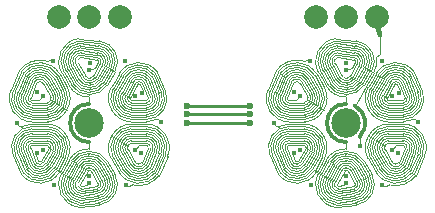
<source format=gbl>
%FSDAX66Y66*%
%MOMM*%
%SFA1B1*%

%IPPOS*%
%ADD10C,0.299999*%
%ADD15C,0.399999*%
%ADD16C,0.100000*%
%ADD17C,2.499995*%
%ADD18C,1.999996*%
%ADD19C,0.599999*%
%ADD20C,0.399999*%
%ADD21C,0.253999*%
%LNpcb1-1*%
%LPD*%
G54D10*
X-000052622196Y-000068307788D02*
D01*
D01*
G75*
G03Y-000071548193I0J-1620199D01*
G74*G01*
X-000051484682Y-000071081696D02*
D01*
D01*
G75*
G03X-000051895375Y-000068479898I-1137619J1153739D01*
G74*G01*
X-000074372978Y-000068307788D02*
D01*
D01*
G75*
G03Y-000071548193I0J-1620199D01*
G74*G01*
G54D15*
X-000050052198Y-000060927996D02*
D01*
D01*
G75*
G03X-000049753977Y-000062482577I4201463J15D01*
G74*G01*
G54D16*
X-000050290399Y-000065688387D02*
D01*
D01*
G75*
G03X-000050059285Y-000064377493I-1684894J972852D01*
G74*G01*
X-000053771495Y-000066537382D02*
D01*
D01*
G75*
G03X-000052722297Y-000067129787I1076402J681097D01*
G74*G01*
X-000054122294Y-000066729787D02*
D01*
D01*
G75*
G03X-000052622196Y-000067527982I1427187J873480D01*
G74*G01*
X-000053946780Y-000066633775D02*
D01*
D01*
G75*
G03X-000052715185Y-000067329685I1251608J777300D01*
G74*G01*
X-000052931288Y-000065992578D02*
D01*
D01*
G75*
G03X-000052676196Y-000066128392I236315J136416D01*
G74*G01*
X-000053277693Y-000066192577D02*
D01*
D01*
G75*
G03X-000052662175Y-000066528188I582618J336316D01*
G74*G01*
X-000052622196Y-000066127985D02*
D01*
D01*
G75*
G03X-000052704085Y-000066128900I-772J-3656563D01*
G74*G01*
X-000052622196Y-000067327983D02*
D01*
D01*
G75*
G03X-000052715185Y-000067329685I-969J-2491661D01*
G74*G01*
X-000052622196Y-000066727984D02*
D01*
D01*
G75*
G03X-000052702383Y-000066728974I208J-3233210D01*
G74*G01*
X-000052622196Y-000066927983D02*
D01*
D01*
G75*
G03X-000052700478Y-000066928999I879J-3134848D01*
G74*G01*
X-000052622196Y-000067127983D02*
D01*
D01*
G75*
G03X-000052722297Y-000067129787I-280J-2768651D01*
G74*G01*
X-000052622196Y-000066527984D02*
D01*
D01*
G75*
G03X-000052703780Y-000066528975I-825J-3262406D01*
G74*G01*
X-000053450896Y-000066292577D02*
D01*
D01*
G75*
G03X-000052656486Y-000066728187I755952J436453D01*
G74*G01*
X-000053104491Y-000066092578D02*
D01*
D01*
G75*
G03X-000052668678Y-000066328290I409486J236386D01*
G74*G01*
X-000053624099Y-000066392577D02*
D01*
D01*
G75*
G03X-000052651177Y-000066928085I929025J536323D01*
G74*G01*
X-000052622196Y-000066327985D02*
D01*
D01*
G75*
G03X-000052704492Y-000066328899I1956J-3942303D01*
G74*G01*
X-000053295194Y-000064167181D02*
D01*
D01*
G75*
G03X-000053721000Y-000065024889I25450J-547177D01*
G74*G01*
X-000053298979Y-000064369492D02*
D01*
D01*
G75*
G03X-000053569489Y-000064887297I29209J-344813D01*
G74*G01*
X-000053314600Y-000063969696D02*
D01*
D01*
G75*
G03X-000053915894Y-000065087296I44762J-744641D01*
G74*G01*
X-000051523392Y-000065024889D02*
D01*
D01*
G75*
G03X-000051949197Y-000064167181I-451107J310593D01*
G74*G01*
X-000051674877Y-000064887297D02*
D01*
D01*
G75*
G03X-000051945387Y-000064369492I-299679J173001D01*
G74*G01*
X-000051848080Y-000064787297D02*
D01*
D01*
G75*
G03X-000051953795Y-000064569797I-126412J73000D01*
G74*G01*
X-000051328497Y-000065087296D02*
D01*
D01*
G75*
G03X-000051929792Y-000063969696I-645988J372998D01*
G74*G01*
X-000053337485Y-000063570281D02*
D01*
D01*
G75*
G03X-000054262299Y-000065287296I67718J-1144029D01*
G74*G01*
X-000053326080Y-000063769976D02*
D01*
D01*
G75*
G03X-000054092475Y-000065181378I56252J-944325D01*
G74*G01*
X-000050808890Y-000065387296D02*
D01*
D01*
G75*
G03X-000051864183Y-000063372796I-1165711J673000D01*
G74*G01*
X-000051151891Y-000065181378D02*
D01*
D01*
G75*
G03X-000051918285Y-000063769976I-822606J467099D01*
G74*G01*
X-000050982092Y-000065287296D02*
D01*
D01*
G75*
G03X-000051906881Y-000063570281I-992465J572999D01*
G74*G01*
X-000052539900Y-000066328899D02*
D01*
D01*
G75*
G03X-000052622196Y-000066327985I-77368J-3311527D01*
G74*G01*
X-000052543887Y-000066928999D02*
D01*
D01*
G75*
G03X-000052622196Y-000066927983I-75877J-2875294D01*
G74*G01*
X-000052540281Y-000066128900D02*
D01*
D01*
G75*
G03X-000052622196Y-000066127985I-84408J-3954230D01*
G74*G01*
X-000052540585Y-000066528975D02*
D01*
D01*
G75*
G03X-000052622196Y-000066527984I-84294J-3548688D01*
G74*G01*
X-000052529181Y-000067329685D02*
D01*
D01*
G75*
G03X-000052622196Y-000067327983I-96171J-2716449D01*
G74*G01*
X-000052541982Y-000066728974D02*
D01*
D01*
G75*
G03X-000052622196Y-000066727984I-79588J-3166470D01*
G74*G01*
X-000052593189Y-000066928085D02*
D01*
D01*
G75*
G03X-000051620293Y-000066392577I43775J1072003D01*
G74*G01*
X-000052568195Y-000066128392D02*
D01*
D01*
G75*
G03X-000052313078Y-000065992578I18971J271864D01*
G74*G01*
X-000052587880Y-000066728187D02*
D01*
D01*
G75*
G03X-000051793495Y-000066292577I38690J871610D01*
G74*G01*
X-000052575688Y-000066328290D02*
D01*
D01*
G75*
G03X-000052139875Y-000066092578I26466J471803D01*
G74*G01*
X-000052582191Y-000066528188D02*
D01*
D01*
G75*
G03X-000051966698Y-000066192577I32773J672114D01*
G74*G01*
X-000053501696Y-000062782196D02*
D01*
D01*
G75*
G03X-000054955084Y-000065687295I231933J-1932147D01*
G74*G01*
X-000053475483Y-000062980493D02*
D01*
D01*
G75*
G03X-000054781881Y-000065587295I205741J-1733859D01*
G74*G01*
X-000053429281Y-000063176581D02*
D01*
D01*
G75*
G03X-000054608679Y-000065487296I159444J-1537719D01*
G74*G01*
X-000053380182Y-000063372796D02*
D01*
D01*
G75*
G03X-000054435476Y-000065387296I110393J-1341490D01*
G74*G01*
X-000052622196Y-000067127983D02*
D01*
D01*
G75*
G03X-000051472896Y-000066537382I72766J1271959D01*
G74*G01*
X-000052622196Y-000067327983D02*
D01*
D01*
G75*
G03X-000051297586Y-000066633775I72753J1472011D01*
G74*G01*
X-000052622196Y-000067527982D02*
D01*
D01*
G75*
G03X-000051122097Y-000066729787I72763J1671960D01*
G74*G01*
X-000050635687Y-000065487296D02*
D01*
D01*
G75*
G03X-000051815085Y-000063176581I-1338810J772997D01*
G74*G01*
X-000050462484Y-000065587295D02*
D01*
D01*
G75*
G03X-000051768883Y-000062980493I-1512027J872997D01*
G74*G01*
X-000056133187Y-000069227979D02*
D01*
D01*
G75*
G03X-000055047083Y-000068527980I-51698J1272794D01*
G74*G01*
X-000055739893Y-000068127981D02*
D01*
D01*
G75*
G03X-000055780178Y-000068199685I3055702J-1764676D01*
G74*G01*
X-000055220285Y-000068427981D02*
D01*
D01*
G75*
G03X-000055258487Y-000068496281I2378883J-1375335D01*
G74*G01*
X-000055913096Y-000068027981D02*
D01*
D01*
G75*
G03X-000055953279Y-000068099381I3273644J-1890161D01*
G74*G01*
X-000056137378Y-000069427979D02*
D01*
D01*
G75*
G03X-000054873880Y-000068627980I-47494J1472781D01*
G74*G01*
X-000055566691Y-000068227981D02*
D01*
D01*
G75*
G03X-000055606594Y-000068299076I2840150J-1640585D01*
G74*G01*
X-000054873880Y-000068627980D02*
D01*
D01*
G75*
G03X-000054918889Y-000068709387I2088554J-1207744D01*
G74*G01*
X-000055393488Y-000068327981D02*
D01*
D01*
G75*
G03X-000055432680Y-000068397882I2782229J-1606219D01*
G74*G01*
X-000056184876Y-000069027979D02*
D01*
D01*
G75*
G03X-000055234687Y-000068453177I7J1072774D01*
G74*G01*
X-000056184876Y-000068227981D02*
D01*
D01*
G75*
G03X-000055939791Y-000068074895I30J272692D01*
G74*G01*
X-000056184876Y-000068827980D02*
D01*
D01*
G75*
G03X-000055410481Y-000068357775I-1J872804D01*
G74*G01*
X-000056184876Y-000068427981D02*
D01*
D01*
G75*
G03X-000055762880Y-000068168393I1J472794D01*
G74*G01*
X-000056184876Y-000068627980D02*
D01*
D01*
G75*
G03X-000055586477Y-000068262779I-28J672902D01*
G74*G01*
X-000056141975Y-000069627978D02*
D01*
D01*
G75*
G03X-000054700678Y-000068727980I-42890J1672767D01*
G74*G01*
X-000055871389Y-000067957496D02*
D01*
D01*
G75*
G03X-000055913096Y-000068027981I3111390J-1887936D01*
G74*G01*
X-000054825900Y-000068548275D02*
D01*
D01*
G75*
G03X-000054873880Y-000068627980I2361138J-1476319D01*
G74*G01*
X-000055352492Y-000068259096D02*
D01*
D01*
G75*
G03X-000055393488Y-000068327981I3052796J-1863262D01*
G74*G01*
X-000055180179Y-000068360696D02*
D01*
D01*
G75*
G03X-000055220285Y-000068427981I2867788J-1754338D01*
G74*G01*
X-000054995495Y-000068442179D02*
D01*
D01*
G75*
G03X-000055047083Y-000068527980I2366406J-1481569D01*
G74*G01*
X-000055525085Y-000068157877D02*
D01*
D01*
G75*
G03X-000055566691Y-000068227981I2900998J-1768955D01*
G74*G01*
X-000055697882Y-000068057191D02*
D01*
D01*
G75*
G03X-000055739893Y-000068127981I3300622J-2005854D01*
G74*G01*
X-000057947687Y-000067630395D02*
D01*
D01*
G75*
G03X-000057417792Y-000068427981I486515J-251599D01*
G74*G01*
X-000057774281Y-000067734891D02*
D01*
D01*
G75*
G03X-000057461175Y-000068227981I313170J-147101D01*
G74*G01*
X-000057596684Y-000067827677D02*
D01*
D01*
G75*
G03X-000057461175Y-000068027981I135531J-54296D01*
G74*G01*
X-000058128484Y-000067548480D02*
D01*
D01*
G75*
G03X-000057461175Y-000068627980I667303J-333499D01*
G74*G01*
X-000055885791Y-000067981499D02*
D01*
D01*
G75*
G03X-000055875783Y-000067692574I-226494J152462D01*
G74*G01*
X-000055546498Y-000068193488D02*
D01*
D01*
G75*
G03X-000055529378Y-000067492575I-565803J364462D01*
G74*G01*
X-000055376191Y-000068298390D02*
D01*
D01*
G75*
G03X-000055356175Y-000067392575I-735791J469367D01*
G74*G01*
X-000055716398Y-000068087875D02*
D01*
D01*
G75*
G03X-000055702581Y-000067592575I-395585J258864D01*
G74*G01*
X-000055205680Y-000068402885D02*
D01*
D01*
G75*
G03X-000055182998Y-000067292575I-906447J573914D01*
G74*G01*
X-000054995495Y-000068442179D02*
D01*
D01*
G75*
G03X-000054983888Y-000067237381I-1116626J613206D01*
G74*G01*
X-000054825900Y-000068548275D02*
D01*
D01*
G75*
G03X-000054812793Y-000067133774I-1285793J719218D01*
G74*G01*
X-000058307198Y-000067458590D02*
D01*
D01*
G75*
G03X-000057467982Y-000068827980I845986J-423400D01*
G74*G01*
X-000054527475D02*
D01*
D01*
G75*
G03X-000054565575Y-000068896788I1910833J-1103128D01*
G74*G01*
X-000056318988Y-000066524886D02*
D01*
D01*
G75*
G03X-000057274688Y-000066464789I-494547J-235470D01*
G74*G01*
X-000056513882Y-000066587293D02*
D01*
D01*
G75*
G03X-000057097599Y-000066562681I-299663J-173105D01*
G74*G01*
X-000056167477Y-000066387294D02*
D01*
D01*
G75*
G03X-000057436080Y-000066349194I-646073J-372955D01*
G74*G01*
X-000056274081Y-000064683182D02*
D01*
D01*
G75*
G03X-000058566583Y-000065522475I-539508J-2076930D01*
G74*G01*
X-000055821097Y-000066187294D02*
D01*
D01*
G75*
G03X-000057770496Y-000066129687I-992480J-572967D01*
G74*G01*
X-000055997678Y-000066281376D02*
D01*
D01*
G75*
G03X-000057603288Y-000066239390I-815875J-478858D01*
G74*G01*
X-000055647894Y-000066087294D02*
D01*
D01*
G75*
G03X-000057920178Y-000065993975I-1165698J-672997D01*
G74*G01*
X-000054700678Y-000068727980D02*
D01*
D01*
G75*
G03X-000054641877Y-000067029787I-1411354J898985D01*
G74*G01*
X-000055301489Y-000065887295D02*
D01*
D01*
G75*
G03X-000058212278Y-000065715184I-1512103J-873006D01*
G74*G01*
X-000055474692Y-000065987295D02*
D01*
D01*
G75*
G03X-000058065593Y-000065853284I-1338893J-772989D01*
G74*G01*
X-000055128287Y-000065787295D02*
D01*
D01*
G75*
G03X-000058370876Y-000065593391I-1685278J-972965D01*
G74*G01*
X-000056147081Y-000069827978D02*
D01*
D01*
G75*
G03X-000054527475Y-000068827980I-37784J1872748D01*
G74*G01*
X-000058485786Y-000067368597D02*
D01*
D01*
G75*
G03X-000057461175Y-000069027979I1024563J-513401D01*
G74*G01*
X-000059250376Y-000067116782D02*
D01*
D01*
G75*
G03X-000057461175Y-000069827978I1789247J-765195D01*
G74*G01*
X-000058872678Y-000067251199D02*
D01*
D01*
G75*
G03X-000057461175Y-000069427979I1411449J-630803D01*
G74*G01*
X-000059065591Y-000067193185D02*
D01*
D01*
G75*
G03X-000057461175Y-000069627978I1604389J-688800D01*
G74*G01*
X-000058678089Y-000067306799D02*
D01*
D01*
G75*
G03X-000057461175Y-000069227979I1216906J-575199D01*
G74*G01*
X-000054527475Y-000068827980D02*
D01*
D01*
G75*
G03X-000054471290Y-000066925291I-1584542J998982D01*
G74*G01*
X-000050678791Y-000068896788D02*
D01*
D01*
G75*
G03X-000050716891Y-000068827980I-1937843J-1028187D01*
G74*G01*
X-000049331295Y-000068027981D02*
D01*
D01*
G75*
G03X-000049372977Y-000067957496I-3442401J-1988561D01*
G74*G01*
X-000050370486Y-000068627980D02*
D01*
D01*
G75*
G03X-000050418492Y-000068548275I-2112356J-1217880D01*
G74*G01*
X-000049850878Y-000068327981D02*
D01*
D01*
G75*
G03X-000049891899Y-000068259096I-2508287J-1445946D01*
G74*G01*
X-000050024080Y-000068427981D02*
D01*
D01*
G75*
G03X-000050064187Y-000068360696I-2346573J-1352584D01*
G74*G01*
X-000050197283Y-000068527980D02*
D01*
D01*
G75*
G03X-000050248896Y-000068442179I-2431908J-1404130D01*
G74*G01*
X-000049677675Y-000068227981D02*
D01*
D01*
G75*
G03X-000049719280Y-000068157877I-2946417J-1701122D01*
G74*G01*
X-000049504498Y-000068127981D02*
D01*
D01*
G75*
G03X-000049546484Y-000068057191I-2920054J-1684377D01*
G74*G01*
X-000049464188Y-000068199685D02*
D01*
D01*
G75*
G03X-000049504498Y-000068127981I-3222972J-1764341D01*
G74*G01*
X-000049985879Y-000068496281D02*
D01*
D01*
G75*
G03X-000050024080Y-000068427981I-2901749J-1578108D01*
G74*G01*
X-000049291087Y-000068099381D02*
D01*
D01*
G75*
G03X-000049331295Y-000068027981I-3348643J-1838354D01*
G74*G01*
X-000049126495Y-000067983785D02*
D01*
D01*
G75*
G03X-000049059490Y-000068027981I66881J28501D01*
G74*G01*
X-000049637797Y-000068299076D02*
D01*
D01*
G75*
G03X-000049677675Y-000068227981I-3097438J-1691479D01*
G74*G01*
X-000050325477Y-000068709387D02*
D01*
D01*
G75*
G03X-000050370486Y-000068627980I-2489223J-1322967D01*
G74*G01*
X-000049811686Y-000068397882D02*
D01*
D01*
G75*
G03X-000049850878Y-000068327981I-2799579J-1524065D01*
G74*G01*
X-000050009679Y-000068453177D02*
D01*
D01*
G75*
G03X-000049059490Y-000069027979I950219J498018D01*
G74*G01*
X-000049304575Y-000068074895D02*
D01*
D01*
G75*
G03X-000049059490Y-000068227981I245325J120003D01*
G74*G01*
X-000049833885Y-000068357775D02*
D01*
D01*
G75*
G03X-000049059490Y-000068827980I774396J402596D01*
G74*G01*
X-000049481486Y-000068168393D02*
D01*
D01*
G75*
G03X-000049059490Y-000068427981I422004J213204D01*
G74*G01*
X-000049657889Y-000068262779D02*
D01*
D01*
G75*
G03X-000049059490Y-000068627980I598321J307527D01*
G74*G01*
X-000050197283Y-000068527980D02*
D01*
D01*
G75*
G03X-000049111179Y-000069227979I1137804J572803D01*
G74*G01*
X-000050370486Y-000068627980D02*
D01*
D01*
G75*
G03X-000049106988Y-000069427979I1311014J672813D01*
G74*G01*
X-000050260478Y-000067237381D02*
D01*
D01*
G75*
G03X-000050248896Y-000068442179I1127678J-591598D01*
G74*G01*
X-000049368583Y-000067692574D02*
D01*
D01*
G75*
G03X-000049358575Y-000067981499I236454J-136438D01*
G74*G01*
X-000049714988Y-000067492575D02*
D01*
D01*
G75*
G03X-000049697894Y-000068193488I582851J-336438D01*
G74*G01*
X-000049195380Y-000067792600D02*
D01*
D01*
G75*
G03X-000049190579Y-000067872686I63142J-36410D01*
G74*G01*
X-000049888190Y-000067392575D02*
D01*
D01*
G75*
G03X-000049868175Y-000068298390I756009J-436428D01*
G74*G01*
X-000049541785Y-000067592575D02*
D01*
D01*
G75*
G03X-000049527993Y-000068087875I409616J-236429D01*
G74*G01*
X-000050061393Y-000067292575D02*
D01*
D01*
G75*
G03X-000050038685Y-000068402885I929051J-536387D01*
G74*G01*
X-000047783191Y-000069827978D02*
D01*
D01*
G75*
G03X-000046904478Y-000069618275I35J1945696D01*
G74*G01*
X-000047826599Y-000068427981D02*
D01*
D01*
G75*
G03X-000047296679Y-000067630395I43406J545986D01*
G74*G01*
X-000047783191Y-000068227981D02*
D01*
D01*
G75*
G03X-000047470085Y-000067734891I39J345928D01*
G74*G01*
X-000047783191Y-000068027981D02*
D01*
D01*
G75*
G03X-000047647682Y-000067827677I15J145971D01*
G74*G01*
X-000047783191Y-000068627980D02*
D01*
D01*
G75*
G03X-000047115882Y-000067548480I1J745996D01*
G74*G01*
X-000050773076Y-000066925291D02*
D01*
D01*
G75*
G03X-000050716891Y-000068827980I1640858J-903714D01*
G74*G01*
X-000047776384D02*
D01*
D01*
G75*
G03X-000046937193Y-000067458590I-6806J946011D01*
G74*G01*
X-000047783191Y-000069027979D02*
D01*
D01*
G75*
G03X-000046758580Y-000067368597I-17J1146031D01*
G74*G01*
X-000050543688Y-000068727980D02*
D01*
D01*
G75*
G03X-000049102391Y-000069627978I1484225J772823D01*
G74*G01*
X-000047969678Y-000066464789D02*
D01*
D01*
G75*
G03X-000048925378Y-000066524886I-461145J-295688D01*
G74*G01*
X-000048146792Y-000066562681D02*
D01*
D01*
G75*
G03X-000048730484Y-000066587293I-284037J-197675D01*
G74*G01*
X-000047808286Y-000066349194D02*
D01*
D01*
G75*
G03X-000049076889Y-000066387294I-622524J-411146D01*
G74*G01*
X-000048316083Y-000066670097D02*
D01*
D01*
G75*
G03X-000048557281Y-000066687293I-114777J-90249D01*
G74*G01*
X-000050602489Y-000067029787D02*
D01*
D01*
G75*
G03X-000050543688Y-000068727980I1469876J-799223D01*
G74*G01*
X-000050431598Y-000067133774D02*
D01*
D01*
G75*
G03X-000050418492Y-000068548275I1299212J-695278D01*
G74*G01*
X-000047473895Y-000066129687D02*
D01*
D01*
G75*
G03X-000049423294Y-000066187294I-956917J-630633D01*
G74*G01*
X-000047641078Y-000066239390D02*
D01*
D01*
G75*
G03X-000049246688Y-000066281376I-789722J-520942D01*
G74*G01*
X-000046873490Y-000065593391D02*
D01*
D01*
G75*
G03X-000050116079Y-000065787295I-1557317J-1166937D01*
G74*G01*
X-000047032087Y-000065715184D02*
D01*
D01*
G75*
G03X-000049942877Y-000065887295I-1398696J-1045093D01*
G74*G01*
X-000047178798Y-000065853284D02*
D01*
D01*
G75*
G03X-000049769699Y-000065987295I-1252005J-907010D01*
G74*G01*
X-000047324187Y-000065993975D02*
D01*
D01*
G75*
G03X-000049596497Y-000066087294I-1106601J-766302D01*
G74*G01*
X-000047783191Y-000069227979D02*
D01*
D01*
G75*
G03X-000046566277Y-000067306799I3J1345993D01*
G74*G01*
X-000050716891Y-000068827980D02*
D01*
D01*
G75*
G03X-000049097285Y-000069827978I1657439J872836D01*
G74*G01*
X-000047783191Y-000069427979D02*
D01*
D01*
G75*
G03X-000046371687Y-000067251199I-24J1546044D01*
G74*G01*
X-000047783191Y-000069627978D02*
D01*
D01*
G75*
G03X-000046178774Y-000067193185I-4J1746009D01*
G74*G01*
X-000057461175Y-000070227977D02*
D01*
D01*
G75*
G03X-000059065591Y-000072662796I4J-1746009D01*
G74*G01*
X-000057461175Y-000070427977D02*
D01*
D01*
G75*
G03X-000058872678Y-000072604782I24J-1546044D01*
G74*G01*
X-000054527475Y-000071027975D02*
D01*
D01*
G75*
G03X-000056147081Y-000070027977I-1657439J-872836D01*
G74*G01*
X-000057461175Y-000070627976D02*
D01*
D01*
G75*
G03X-000058678089Y-000072549181I-3J-1345993D01*
G74*G01*
X-000057920178Y-000073861980D02*
D01*
D01*
G75*
G03X-000055647894Y-000073768686I1106601J766302D01*
G74*G01*
X-000058065593Y-000074002696D02*
D01*
D01*
G75*
G03X-000055474692Y-000073868686I1252005J907010D01*
G74*G01*
X-000058212278Y-000074140796D02*
D01*
D01*
G75*
G03X-000055301489Y-000073968686I1398696J1045093D01*
G74*G01*
X-000058370876Y-000074262589D02*
D01*
D01*
G75*
G03X-000055128287Y-000074068686I1557317J1166937D01*
G74*G01*
X-000057603288Y-000073616591D02*
D01*
D01*
G75*
G03X-000055997678Y-000073574579I789722J520942D01*
G74*G01*
X-000057770496Y-000073726294D02*
D01*
D01*
G75*
G03X-000055821097Y-000073668686I956917J630633D01*
G74*G01*
X-000054812793Y-000072722282D02*
D01*
D01*
G75*
G03X-000054825900Y-000071307680I-1299411J695327D01*
G74*G01*
X-000054641877Y-000072826194D02*
D01*
D01*
G75*
G03X-000054700678Y-000071127975I-1469876J799223D01*
G74*G01*
X-000056928283Y-000073185883D02*
D01*
D01*
G75*
G03X-000056687085Y-000073168687I114777J90249D01*
G74*G01*
X-000057436080Y-000073506787D02*
D01*
D01*
G75*
G03X-000056167477Y-000073468687I622524J411146D01*
G74*G01*
X-000057097599Y-000073293274D02*
D01*
D01*
G75*
G03X-000056513882Y-000073268687I284037J197675D01*
G74*G01*
X-000057274688Y-000073391293D02*
D01*
D01*
G75*
G03X-000056318988Y-000073331095I461123J295645D01*
G74*G01*
X-000054700678Y-000071127975D02*
D01*
D01*
G75*
G03X-000056141975Y-000070227977I-1484225J-772823D01*
G74*G01*
X-000057461175Y-000070827976D02*
D01*
D01*
G75*
G03X-000058485786Y-000072487383I17J-1146031D01*
G74*G01*
X-000057467982Y-000071027975D02*
D01*
D01*
G75*
G03X-000058307198Y-000072397391I6806J-946011D01*
G74*G01*
X-000054471290Y-000072930689D02*
D01*
D01*
G75*
G03X-000054527475Y-000071027975I-1640858J903714D01*
G74*G01*
X-000057461175Y-000071227975D02*
D01*
D01*
G75*
G03X-000058128484Y-000072307475I-1J-745996D01*
G74*G01*
X-000057461175Y-000071827999D02*
D01*
D01*
G75*
G03X-000057596684Y-000072028278I-15J-145971D01*
G74*G01*
X-000057461175Y-000071628000D02*
D01*
D01*
G75*
G03X-000057774281Y-000072121090I-39J-345928D01*
G74*G01*
X-000057417792Y-000071427975D02*
D01*
D01*
G75*
G03X-000057947687Y-000072225585I-43406J-545986D01*
G74*G01*
X-000057461175Y-000070027977D02*
D01*
D01*
G75*
G03X-000058339888Y-000070237680I-35J-1945696D01*
G74*G01*
X-000055182998Y-000072563380D02*
D01*
D01*
G75*
G03X-000055205680Y-000071453095I-929051J536387D01*
G74*G01*
X-000055702581Y-000072263381D02*
D01*
D01*
G75*
G03X-000055716398Y-000071768081I-409616J236429D01*
G74*G01*
X-000055356175Y-000072463380D02*
D01*
D01*
G75*
G03X-000055376191Y-000071557591I-756009J436428D01*
G74*G01*
X-000056048986Y-000072063381D02*
D01*
D01*
G75*
G03X-000056053786Y-000071983295I-63142J36410D01*
G74*G01*
X-000055529378Y-000072363380D02*
D01*
D01*
G75*
G03X-000055546498Y-000071662594I-582665J336391D01*
G74*G01*
X-000055875783Y-000072163381D02*
D01*
D01*
G75*
G03X-000055885791Y-000071874583I-236268J136392D01*
G74*G01*
X-000054983888Y-000072618600D02*
D01*
D01*
G75*
G03X-000054995495Y-000071413776I-1127678J591598D01*
G74*G01*
X-000054873880Y-000071227975D02*
D01*
D01*
G75*
G03X-000056137378Y-000070427977I-1311014J-672813D01*
G74*G01*
X-000055047083Y-000071327975D02*
D01*
D01*
G75*
G03X-000056133187Y-000070627976I-1137804J-572803D01*
G74*G01*
X-000055586477Y-000071593176D02*
D01*
D01*
G75*
G03X-000056184876Y-000071227975I-598321J-307527D01*
G74*G01*
X-000055762880Y-000071687588D02*
D01*
D01*
G75*
G03X-000056184876Y-000071427975I-422004J-213204D01*
G74*G01*
X-000055410481Y-000071498180D02*
D01*
D01*
G75*
G03X-000056184876Y-000071027975I-774396J-402596D01*
G74*G01*
X-000055939791Y-000071781085D02*
D01*
D01*
G75*
G03X-000056184876Y-000071628000I-245325J-120003D01*
G74*G01*
X-000055234687Y-000071402778D02*
D01*
D01*
G75*
G03X-000056184876Y-000070827976I-950219J-498018D01*
G74*G01*
X-000055432680Y-000071458099D02*
D01*
D01*
G75*
G03X-000055393488Y-000071527974I2799579J1524065D01*
G74*G01*
X-000054918889Y-000071146695D02*
D01*
D01*
G75*
G03X-000054873880Y-000071227975I2337683J1240816D01*
G74*G01*
X-000055606594Y-000071556880D02*
D01*
D01*
G75*
G03X-000055566691Y-000071628000I3097438J1691479D01*
G74*G01*
X-000056117896Y-000071872195D02*
D01*
D01*
G75*
G03X-000056184876Y-000071827999I-66881J-28501D01*
G74*G01*
X-000055953279Y-000071756574D02*
D01*
D01*
G75*
G03X-000055913096Y-000071827999I3348643J1838354D01*
G74*G01*
X-000055258487Y-000071359699D02*
D01*
D01*
G75*
G03X-000055220285Y-000071427975I2901749J1578108D01*
G74*G01*
X-000055780178Y-000071656295D02*
D01*
D01*
G75*
G03X-000055739893Y-000071727999I3222972J1764341D01*
G74*G01*
D01*
D01*
G75*
G03X-000055697882Y-000071798789I2920054J1684377D01*
G74*G01*
X-000055566691Y-000071628000D02*
D01*
D01*
G75*
G03X-000055525085Y-000071698180I3296039J1905782D01*
G74*G01*
X-000055047083Y-000071327975D02*
D01*
D01*
G75*
G03X-000054995495Y-000071413776I2431908J1404130D01*
G74*G01*
X-000055220285Y-000071427975D02*
D01*
D01*
G75*
G03X-000055180179Y-000071495285I2346573J1352584D01*
G74*G01*
X-000055393488Y-000071527974D02*
D01*
D01*
G75*
G03X-000055352492Y-000071596885I2508287J1445946D01*
G74*G01*
X-000054873880Y-000071227975D02*
D01*
D01*
G75*
G03X-000054825900Y-000071307680I2112356J1217880D01*
G74*G01*
X-000055913096Y-000071827999D02*
D01*
D01*
G75*
G03X-000055871389Y-000071898484I3442401J1988561D01*
G74*G01*
X-000054565575Y-000070959192D02*
D01*
D01*
G75*
G03X-000054527475Y-000071027975I1937843J1028187D01*
G74*G01*
X-000050716891D02*
D01*
D01*
G75*
G03X-000050773076Y-000072930689I1584542J-998982D01*
G74*G01*
X-000046566277Y-000072549181D02*
D01*
D01*
G75*
G03X-000047783191Y-000070627976I-1216906J575199D01*
G74*G01*
X-000046178774Y-000072662796D02*
D01*
D01*
G75*
G03X-000047783191Y-000070227977I-1604389J688800D01*
G74*G01*
X-000046371687Y-000072604782D02*
D01*
D01*
G75*
G03X-000047783191Y-000070427977I-1411449J630803D01*
G74*G01*
X-000045993989Y-000072739199D02*
D01*
D01*
G75*
G03X-000047783191Y-000070027977I-1789247J765195D01*
G74*G01*
X-000046758580Y-000072487383D02*
D01*
D01*
G75*
G03X-000047783191Y-000070827976I-1024563J513401D01*
G74*G01*
X-000049097285Y-000070027977D02*
D01*
D01*
G75*
G03X-000050716891Y-000071027975I37784J-1872748D01*
G74*G01*
X-000050116079Y-000074068686D02*
D01*
D01*
G75*
G03X-000046873490Y-000074262589I1685278J972965D01*
G74*G01*
X-000049769699Y-000073868686D02*
D01*
D01*
G75*
G03X-000047178798Y-000074002696I1338893J772989D01*
G74*G01*
X-000049942877Y-000073968686D02*
D01*
D01*
G75*
G03X-000047032087Y-000074140796I1512103J873006D01*
G74*G01*
X-000050543688Y-000071127975D02*
D01*
D01*
G75*
G03X-000050602489Y-000072826194I1411354J-898985D01*
G74*G01*
X-000049596497Y-000073768686D02*
D01*
D01*
G75*
G03X-000047324187Y-000073861980I1165698J672997D01*
G74*G01*
X-000049246688Y-000073574579D02*
D01*
D01*
G75*
G03X-000047641078Y-000073616591I815875J478858D01*
G74*G01*
X-000049423294Y-000073668686D02*
D01*
D01*
G75*
G03X-000047473895Y-000073726294I992480J572967D01*
G74*G01*
X-000048970285Y-000075172798D02*
D01*
D01*
G75*
G03X-000046677783Y-000074333481I539508J2076930D01*
G74*G01*
X-000049076889Y-000073468687D02*
D01*
D01*
G75*
G03X-000047808286Y-000073506787I646073J372955D01*
G74*G01*
X-000048730484Y-000073268687D02*
D01*
D01*
G75*
G03X-000048146792Y-000073293274I299663J173105D01*
G74*G01*
X-000048925378Y-000073331095D02*
D01*
D01*
G75*
G03X-000047969678Y-000073391293I494581J235520D01*
G74*G01*
X-000050716891Y-000071027975D02*
D01*
D01*
G75*
G03X-000050678791Y-000070959192I-1910833J1103128D01*
G74*G01*
X-000046937193Y-000072397391D02*
D01*
D01*
G75*
G03X-000047776384Y-000071027975I-845986J423400D01*
G74*G01*
X-000050418492Y-000071307680D02*
D01*
D01*
G75*
G03X-000050431598Y-000072722282I1285985J-719269D01*
G74*G01*
X-000050248896Y-000071413776D02*
D01*
D01*
G75*
G03X-000050260478Y-000072618600I1116626J-613206D01*
G74*G01*
X-000050038685Y-000071453095D02*
D01*
D01*
G75*
G03X-000050061393Y-000072563380I906447J-573914D01*
G74*G01*
X-000049527993Y-000071768081D02*
D01*
D01*
G75*
G03X-000049541785Y-000072263381I395585J-258864D01*
G74*G01*
X-000049868175Y-000071557591D02*
D01*
D01*
G75*
G03X-000049888190Y-000072463380I735791J-469367D01*
G74*G01*
X-000049697894Y-000071662594D02*
D01*
D01*
G75*
G03X-000049714988Y-000072363380I565634J-364410D01*
G74*G01*
X-000049358575Y-000071874583D02*
D01*
D01*
G75*
G03X-000049368583Y-000072163381I226331J-152410D01*
G74*G01*
X-000047115882Y-000072307475D02*
D01*
D01*
G75*
G03X-000047783191Y-000071227975I-667303J333499D01*
G74*G01*
X-000047647682Y-000072028278D02*
D01*
D01*
G75*
G03X-000047783191Y-000071827999I-135531J54296D01*
G74*G01*
X-000047470085Y-000072121090D02*
D01*
D01*
G75*
G03X-000047783191Y-000071628000I-313170J147101D01*
G74*G01*
X-000047296679Y-000072225585D02*
D01*
D01*
G75*
G03X-000047826599Y-000071427975I-486515J251599D01*
G74*G01*
X-000049546484Y-000071798789D02*
D01*
D01*
G75*
G03X-000049504498Y-000071727999I-3300622J2005854D01*
G74*G01*
X-000049719280Y-000071698180D02*
D01*
D01*
G75*
G03X-000049677675Y-000071628000I-2631386J1606765D01*
G74*G01*
X-000050248896Y-000071413776D02*
D01*
D01*
G75*
G03X-000050197283Y-000071327975I-2366406J1481569D01*
G74*G01*
X-000050064187Y-000071495285D02*
D01*
D01*
G75*
G03X-000050024080Y-000071427975I-2867788J1754338D01*
G74*G01*
X-000049891899Y-000071596885D02*
D01*
D01*
G75*
G03X-000049850878Y-000071527974I-3052796J1863262D01*
G74*G01*
X-000050418492Y-000071307680D02*
D01*
D01*
G75*
G03X-000050370486Y-000071227975I-2361138J1476319D01*
G74*G01*
X-000049372977Y-000071898484D02*
D01*
D01*
G75*
G03X-000049331295Y-000071827999I-3111390J1887936D01*
G74*G01*
X-000049102391Y-000070227977D02*
D01*
D01*
G75*
G03X-000050543688Y-000071127975I42890J-1672767D01*
G74*G01*
X-000049059490Y-000071227975D02*
D01*
D01*
G75*
G03X-000049657889Y-000071593176I28J-672902D01*
G74*G01*
X-000049059490Y-000071427975D02*
D01*
D01*
G75*
G03X-000049481486Y-000071687588I-1J-472794D01*
G74*G01*
X-000049059490Y-000071027975D02*
D01*
D01*
G75*
G03X-000049833885Y-000071498180I1J-872804D01*
G74*G01*
X-000049059490Y-000071628000D02*
D01*
D01*
G75*
G03X-000049304575Y-000071781085I-30J-272692D01*
G74*G01*
X-000049059490Y-000070827976D02*
D01*
D01*
G75*
G03X-000050009679Y-000071402778I-7J-1072774D01*
G74*G01*
X-000049850878Y-000071527974D02*
D01*
D01*
G75*
G03X-000049811686Y-000071458099I-2782229J1606219D01*
G74*G01*
X-000050370486Y-000071227975D02*
D01*
D01*
G75*
G03X-000050325477Y-000071146695I-2204324J1273209D01*
G74*G01*
X-000049677675Y-000071628000D02*
D01*
D01*
G75*
G03X-000049637797Y-000071556880I-2840150J1640585D01*
G74*G01*
X-000049106988Y-000070427977D02*
D01*
D01*
G75*
G03X-000050370486Y-000071227975I47494J-1472781D01*
G74*G01*
X-000049331295Y-000071827999D02*
D01*
D01*
G75*
G03X-000049291087Y-000071756574I-3273644J1890161D01*
G74*G01*
X-000050024080Y-000071427975D02*
D01*
D01*
G75*
G03X-000049985879Y-000071359699I-2378883J1375335D01*
G74*G01*
X-000049504498Y-000071727999D02*
D01*
D01*
G75*
G03X-000049464188Y-000071656295I-3055702J1764676D01*
G74*G01*
X-000049111179Y-000070627976D02*
D01*
D01*
G75*
G03X-000050197283Y-000071327975I51698J-1272794D01*
G74*G01*
X-000053396286Y-000075068684D02*
D01*
D01*
G75*
G03X-000053290597Y-000075286184I126412J-73000D01*
G74*G01*
X-000053915894Y-000074768684D02*
D01*
D01*
G75*
G03X-000053314600Y-000075886386I646108J-373000D01*
G74*G01*
X-000053569489Y-000074968684D02*
D01*
D01*
G75*
G03X-000053298979Y-000075486488I299679J-173001D01*
G74*G01*
X-000053721000Y-000074831092D02*
D01*
D01*
G75*
G03X-000053295194Y-000075688799I451107J-310593D01*
G74*G01*
X-000052704492Y-000073527081D02*
D01*
D01*
G75*
G03X-000052622196Y-000073527996I77368J3311527D01*
G74*G01*
X-000052651177Y-000072927895D02*
D01*
D01*
G75*
G03X-000053624099Y-000073463378I-43775J-1072003D01*
G74*G01*
X-000052668678Y-000073527691D02*
D01*
D01*
G75*
G03X-000053104491Y-000073763378I-26466J-471803D01*
G74*G01*
X-000052656486Y-000073127793D02*
D01*
D01*
G75*
G03X-000053450896Y-000073563378I-38690J-871610D01*
G74*G01*
X-000052703780Y-000073326980D02*
D01*
D01*
G75*
G03X-000052622196Y-000073327996I84294J3548688D01*
G74*G01*
X-000052722297Y-000072726194D02*
D01*
D01*
G75*
G03X-000052622196Y-000072727997I100959J2830256D01*
G74*G01*
X-000052700478Y-000072926981D02*
D01*
D01*
G75*
G03X-000052622196Y-000072927997I75877J2875294D01*
G74*G01*
X-000052702383Y-000073126981D02*
D01*
D01*
G75*
G03X-000052622196Y-000073127997I79588J3166470D01*
G74*G01*
X-000052715185Y-000072526296D02*
D01*
D01*
G75*
G03X-000052622196Y-000072527998I96171J2716449D01*
G74*G01*
X-000052704085Y-000073727081D02*
D01*
D01*
G75*
G03X-000052622196Y-000073727995I84408J3954230D01*
G74*G01*
X-000052662175Y-000073327793D02*
D01*
D01*
G75*
G03X-000053277693Y-000073663378I-32773J-672114D01*
G74*G01*
X-000052676196Y-000073727589D02*
D01*
D01*
G75*
G03X-000052931288Y-000073863377I-18971J-271864D01*
G74*G01*
X-000052715185Y-000072526296D02*
D01*
D01*
G75*
G03X-000053946780Y-000073222281I20214J-1473452D01*
G74*G01*
X-000052622196Y-000072327998D02*
D01*
D01*
G75*
G03X-000054122294Y-000073126193I-72763J-1671960D01*
G74*G01*
X-000052722297Y-000072726194D02*
D01*
D01*
G75*
G03X-000053771495Y-000073318598I27337J-1273736D01*
G74*G01*
X-000051929792Y-000075886386D02*
D01*
D01*
G75*
G03X-000051328497Y-000074768684I-44795J744692D01*
G74*G01*
X-000051953795Y-000075286184D02*
D01*
D01*
G75*
G03X-000051848080Y-000075068684I-20847J144565D01*
G74*G01*
X-000051945387Y-000075486488D02*
D01*
D01*
G75*
G03X-000051674877Y-000074968684I-29209J344813D01*
G74*G01*
X-000051949197Y-000075688799D02*
D01*
D01*
G75*
G03X-000051523392Y-000074831092I-25450J547177D01*
G74*G01*
X-000055875783Y-000072163381D02*
D01*
D01*
G75*
G03X-000055885791Y-000071874583I-236268J136392D01*
G74*G01*
X-000054092475Y-000074674577D02*
D01*
D01*
G75*
G03X-000053326080Y-000076085979I822606J-467099D01*
G74*G01*
X-000054262299Y-000074568685D02*
D01*
D01*
G75*
G03X-000053337485Y-000076285699I992465J-572999D01*
G74*G01*
X-000052686280Y-000073927487D02*
D01*
D01*
G75*
G03X-000052758086Y-000073963377I-8686J-72376D01*
G74*G01*
X-000051906881Y-000076285699D02*
D01*
D01*
G75*
G03X-000050982092Y-000074568685I-67718J1144029D01*
G74*G01*
X-000051918285Y-000076085979D02*
D01*
D01*
G75*
G03X-000051151891Y-000074674577I-56252J944325D01*
G74*G01*
X-000051864183Y-000076483184D02*
D01*
D01*
G75*
G03X-000050808890Y-000074468685I-110393J1341490D01*
G74*G01*
X-000051966698Y-000073663378D02*
D01*
D01*
G75*
G03X-000052582191Y-000073327793I-582618J-336316D01*
G74*G01*
X-000052139875Y-000073763378D02*
D01*
D01*
G75*
G03X-000052575688Y-000073527691I-409486J-236386D01*
G74*G01*
X-000051793495Y-000073563378D02*
D01*
D01*
G75*
G03X-000052587880Y-000073127793I-755952J-436453D01*
G74*G01*
X-000052313078Y-000073863377D02*
D01*
D01*
G75*
G03X-000052568195Y-000073727589I-236315J-136416D01*
G74*G01*
X-000051620293Y-000073463378D02*
D01*
D01*
G75*
G03X-000052593189Y-000072927895I-929025J-536323D01*
G74*G01*
X-000052622196Y-000073127997D02*
D01*
D01*
G75*
G03X-000052541982Y-000073126981I-208J3233210D01*
G74*G01*
X-000052622196Y-000072527998D02*
D01*
D01*
G75*
G03X-000052529181Y-000072526296I969J2491661D01*
G74*G01*
X-000052622196Y-000073327996D02*
D01*
D01*
G75*
G03X-000052540585Y-000073326980I825J3262406D01*
G74*G01*
X-000052622196Y-000073727995D02*
D01*
D01*
G75*
G03X-000052540281Y-000073727081I772J3656563D01*
G74*G01*
X-000052622196Y-000072927997D02*
D01*
D01*
G75*
G03X-000052543887Y-000072926981I-879J3134848D01*
G74*G01*
X-000052622196Y-000073527996D02*
D01*
D01*
G75*
G03X-000052539900Y-000073527081I-1956J3942303D01*
G74*G01*
X-000052486280Y-000073963377D02*
D01*
D01*
G75*
G03X-000052558086Y-000073927487I-63046J-36343D01*
G74*G01*
X-000054435476Y-000074468685D02*
D01*
D01*
G75*
G03X-000053380182Y-000076483184I1165711J-673000D01*
G74*G01*
X-000054608679Y-000074368685D02*
D01*
D01*
G75*
G03X-000053429281Y-000076679399I1338810J-772997D01*
G74*G01*
X-000054781881Y-000074268685D02*
D01*
D01*
G75*
G03X-000053475483Y-000076875487I1512027J-872997D01*
G74*G01*
X-000054955084Y-000074168685D02*
D01*
D01*
G75*
G03X-000053501696Y-000077073785I1685242J-972998D01*
G74*G01*
X-000051122097Y-000073126193D02*
D01*
D01*
G75*
G03X-000052622196Y-000072327998I-1427187J-873480D01*
G74*G01*
X-000051297586Y-000073222281D02*
D01*
D01*
G75*
G03X-000052622196Y-000072527998I-1251787J-777486D01*
G74*G01*
X-000051472896Y-000073318598D02*
D01*
D01*
G75*
G03X-000052622196Y-000072727997I-1076390J-681079D01*
G74*G01*
X-000051768883Y-000076875487D02*
D01*
D01*
G75*
G03X-000050462484Y-000074268685I-205741J1733859D01*
G74*G01*
X-000051815085Y-000076679399D02*
D01*
D01*
G75*
G03X-000050635687Y-000074368685I-159444J1537719D01*
G74*G01*
X-000052622196Y-000072127999D02*
D01*
D01*
G75*
G03X-000054297986Y-000073030689I-72838J-1871633D01*
G74*G01*
Y-000066825291D02*
D01*
D01*
G75*
G03X-000052622196Y-000067727982I1603117J969223D01*
G74*G01*
X-000076048895Y-000066825291D02*
D01*
D01*
G75*
G03X-000074372978Y-000067727982I1603127J969234D01*
G74*G01*
Y-000072127999D02*
D01*
D01*
G75*
G03X-000076048895Y-000073030689I-72766J-1871945D01*
G74*G01*
X-000073565893Y-000076679399D02*
D01*
D01*
G75*
G03X-000072386494Y-000074368685I-159444J1537719D01*
G74*G01*
X-000073519690Y-000076875487D02*
D01*
D01*
G75*
G03X-000072213292Y-000074268685I-205741J1733859D01*
G74*G01*
X-000073223678Y-000073318598D02*
D01*
D01*
G75*
G03X-000074372978Y-000072727997I-1076390J-681079D01*
G74*G01*
X-000073048393Y-000073222281D02*
D01*
D01*
G75*
G03X-000074372978Y-000072527998I-1251787J-777486D01*
G74*G01*
X-000072872879Y-000073126193D02*
D01*
D01*
G75*
G03X-000074372978Y-000072327998I-1427187J-873480D01*
G74*G01*
X-000076705891Y-000074168685D02*
D01*
D01*
G75*
G03X-000075252478Y-000077073785I1685242J-972998D01*
G74*G01*
X-000076532689Y-000074268685D02*
D01*
D01*
G75*
G03X-000075226291Y-000076875487I1512027J-872997D01*
G74*G01*
X-000076359486Y-000074368685D02*
D01*
D01*
G75*
G03X-000075180088Y-000076679399I1338810J-772997D01*
G74*G01*
X-000076186284Y-000074468685D02*
D01*
D01*
G75*
G03X-000075130990Y-000076483184I1165711J-673000D01*
G74*G01*
X-000074237088Y-000073963377D02*
D01*
D01*
G75*
G03X-000074308893Y-000073927487I-63046J-36343D01*
G74*G01*
X-000074372978Y-000073527996D02*
D01*
D01*
G75*
G03X-000074290682Y-000073527081I-1956J3942303D01*
G74*G01*
X-000074372978Y-000072927997D02*
D01*
D01*
G75*
G03X-000074294695Y-000072926981I-879J3134848D01*
G74*G01*
X-000074372978Y-000073727995D02*
D01*
D01*
G75*
G03X-000074291088Y-000073727081I772J3656563D01*
G74*G01*
X-000074372978Y-000073327996D02*
D01*
D01*
G75*
G03X-000074291393Y-000073326980I825J3262406D01*
G74*G01*
X-000074372978Y-000072527998D02*
D01*
D01*
G75*
G03X-000074279988Y-000072526296I969J2491661D01*
G74*G01*
X-000074372978Y-000073127997D02*
D01*
D01*
G75*
G03X-000074292790Y-000073126981I-208J3233210D01*
G74*G01*
X-000073371075Y-000073463378D02*
D01*
D01*
G75*
G03X-000074343996Y-000072927895I-929025J-536323D01*
G74*G01*
X-000074063885Y-000073863377D02*
D01*
D01*
G75*
G03X-000074318977Y-000073727589I-236315J-136416D01*
G74*G01*
X-000073544277Y-000073563378D02*
D01*
D01*
G75*
G03X-000074338688Y-000073127793I-755952J-436453D01*
G74*G01*
X-000073890682Y-000073763378D02*
D01*
D01*
G75*
G03X-000074326496Y-000073527691I-409486J-236386D01*
G74*G01*
X-000073717480Y-000073663378D02*
D01*
D01*
G75*
G03X-000074332998Y-000073327793I-582618J-336316D01*
G74*G01*
X-000073614991Y-000076483184D02*
D01*
D01*
G75*
G03X-000072559697Y-000074468685I-110393J1341490D01*
G74*G01*
X-000073669093Y-000076085979D02*
D01*
D01*
G75*
G03X-000072902699Y-000074674577I-56252J944325D01*
G74*G01*
X-000073657688Y-000076285699D02*
D01*
D01*
G75*
G03X-000072732900Y-000074568685I-67718J1144029D01*
G74*G01*
X-000074437087Y-000073927487D02*
D01*
D01*
G75*
G03X-000074508893Y-000073963377I-8686J-72376D01*
G74*G01*
X-000076013081Y-000074568685D02*
D01*
D01*
G75*
G03X-000075088292Y-000076285699I992465J-572999D01*
G74*G01*
X-000075843282Y-000074674577D02*
D01*
D01*
G75*
G03X-000075076888Y-000076085979I822606J-467099D01*
G74*G01*
X-000077626591Y-000072163381D02*
D01*
D01*
G75*
G03X-000077636598Y-000071874583I-236268J136392D01*
G74*G01*
X-000073699979Y-000075688799D02*
D01*
D01*
G75*
G03X-000073274199Y-000074831092I-25450J547177D01*
G74*G01*
X-000073696195Y-000075486488D02*
D01*
D01*
G75*
G03X-000073425786Y-000074968684I-29150J344725D01*
G74*G01*
X-000073704577Y-000075286184D02*
D01*
D01*
G75*
G03X-000073598989Y-000075068684I-20781J144475D01*
G74*G01*
X-000073680599Y-000075886386D02*
D01*
D01*
G75*
G03X-000073079279Y-000074768684I-44795J744692D01*
G74*G01*
X-000074473079Y-000072726194D02*
D01*
D01*
G75*
G03X-000075522277Y-000073318598I27337J-1273736D01*
G74*G01*
X-000074372978Y-000072327998D02*
D01*
D01*
G75*
G03X-000075873076Y-000073126193I-72763J-1671960D01*
G74*G01*
X-000074465992Y-000072526296D02*
D01*
D01*
G75*
G03X-000075697588Y-000073222281I20214J-1473452D01*
G74*G01*
X-000074426978Y-000073727589D02*
D01*
D01*
G75*
G03X-000074682096Y-000073863377I-18971J-271864D01*
G74*G01*
X-000074412983Y-000073327793D02*
D01*
D01*
G75*
G03X-000075028475Y-000073663378I-32773J-672114D01*
G74*G01*
X-000074454893Y-000073727081D02*
D01*
D01*
G75*
G03X-000074372978Y-000073727995I84408J3954230D01*
G74*G01*
X-000074465992Y-000072526296D02*
D01*
D01*
G75*
G03X-000074372978Y-000072527998I96171J2716449D01*
G74*G01*
X-000074453191Y-000073126981D02*
D01*
D01*
G75*
G03X-000074372978Y-000073127997I79588J3166470D01*
G74*G01*
X-000074451286Y-000072926981D02*
D01*
D01*
G75*
G03X-000074372978Y-000072927997I75877J2875294D01*
G74*G01*
X-000074473079Y-000072726194D02*
D01*
D01*
G75*
G03X-000074372978Y-000072727997I100959J2830256D01*
G74*G01*
X-000074454588Y-000073326980D02*
D01*
D01*
G75*
G03X-000074372978Y-000073327996I84294J3548688D01*
G74*G01*
X-000074407293Y-000073127793D02*
D01*
D01*
G75*
G03X-000075201678Y-000073563378I-38690J-871610D01*
G74*G01*
X-000074419485Y-000073527691D02*
D01*
D01*
G75*
G03X-000074855298Y-000073763378I-26466J-471803D01*
G74*G01*
X-000074401984Y-000072927895D02*
D01*
D01*
G75*
G03X-000075374881Y-000073463378I-43775J-1072003D01*
G74*G01*
X-000074455299Y-000073527081D02*
D01*
D01*
G75*
G03X-000074372978Y-000073527996I77368J3311527D01*
G74*G01*
X-000075471782Y-000074831092D02*
D01*
D01*
G75*
G03X-000075045976Y-000075688799I451107J-310593D01*
G74*G01*
X-000075320296Y-000074968684D02*
D01*
D01*
G75*
G03X-000075049786Y-000075486488I299679J-173001D01*
G74*G01*
X-000075666676Y-000074768684D02*
D01*
D01*
G75*
G03X-000075065382Y-000075886386I646108J-373000D01*
G74*G01*
X-000075146992Y-000075068684D02*
D01*
D01*
G75*
G03X-000075041379Y-000075286184I126430J-73001D01*
G74*G01*
X-000070861986Y-000070627976D02*
D01*
D01*
G75*
G03X-000071948090Y-000071327975I51698J-1272794D01*
G74*G01*
X-000071255280Y-000071727999D02*
D01*
D01*
G75*
G03X-000071214996Y-000071656295I-3055702J1764676D01*
G74*G01*
X-000071774888Y-000071427975D02*
D01*
D01*
G75*
G03X-000071736686Y-000071359699I-2378883J1375335D01*
G74*G01*
X-000071082077Y-000071827999D02*
D01*
D01*
G75*
G03X-000071041895Y-000071756574I-3273644J1890161D01*
G74*G01*
X-000070857795Y-000070427977D02*
D01*
D01*
G75*
G03X-000072121293Y-000071227975I47494J-1472781D01*
G74*G01*
X-000071428483Y-000071628000D02*
D01*
D01*
G75*
G03X-000071388579Y-000071556880I-2840150J1640585D01*
G74*G01*
X-000072121293Y-000071227975D02*
D01*
D01*
G75*
G03X-000072076284Y-000071146695I-2204324J1273209D01*
G74*G01*
X-000071601685Y-000071527974D02*
D01*
D01*
G75*
G03X-000071562493Y-000071458099I-2782229J1606219D01*
G74*G01*
X-000070810297Y-000070827976D02*
D01*
D01*
G75*
G03X-000071760486Y-000071402778I-7J-1072774D01*
G74*G01*
X-000070810297Y-000071628000D02*
D01*
D01*
G75*
G03X-000071055484Y-000071781085I54J-272988D01*
G74*G01*
X-000070810297Y-000071027975D02*
D01*
D01*
G75*
G03X-000071584693Y-000071498180I1J-872804D01*
G74*G01*
X-000070810297Y-000071427975D02*
D01*
D01*
G75*
G03X-000071232293Y-000071687588I-1J-472794D01*
G74*G01*
X-000070810297Y-000071227975D02*
D01*
D01*
G75*
G03X-000071408696Y-000071593176I28J-672902D01*
G74*G01*
X-000070853198Y-000070227977D02*
D01*
D01*
G75*
G03X-000072294496Y-000071127975I42890J-1672767D01*
G74*G01*
X-000071123784Y-000071898484D02*
D01*
D01*
G75*
G03X-000071082077Y-000071827999I-3111390J1887936D01*
G74*G01*
X-000072169299Y-000071307680D02*
D01*
D01*
G75*
G03X-000072121293Y-000071227975I-2361138J1476319D01*
G74*G01*
X-000071642681Y-000071596885D02*
D01*
D01*
G75*
G03X-000071601685Y-000071527974I-3052796J1863262D01*
G74*G01*
X-000071814893Y-000071495285D02*
D01*
D01*
G75*
G03X-000071774888Y-000071427975I-2408606J1477100D01*
G74*G01*
X-000071999678Y-000071413776D02*
D01*
D01*
G75*
G03X-000071948090Y-000071327975I-2366406J1481569D01*
G74*G01*
X-000071470088Y-000071698180D02*
D01*
D01*
G75*
G03X-000071428483Y-000071628000I-2631386J1606765D01*
G74*G01*
X-000071297292Y-000071798789D02*
D01*
D01*
G75*
G03X-000071255280Y-000071727999I-3300622J2005854D01*
G74*G01*
X-000069047487Y-000072225585D02*
D01*
D01*
G75*
G03X-000069577381Y-000071427975I-486515J251599D01*
G74*G01*
X-000069220791Y-000072121090D02*
D01*
D01*
G75*
G03X-000069533998Y-000071628000I-313170J147101D01*
G74*G01*
X-000069398489Y-000072028278D02*
D01*
D01*
G75*
G03X-000069533998Y-000071827999I-135531J54296D01*
G74*G01*
X-000068866689Y-000072307475D02*
D01*
D01*
G75*
G03X-000069533998Y-000071227975I-667303J333499D01*
G74*G01*
X-000071109382Y-000071874583D02*
D01*
D01*
G75*
G03X-000071119390Y-000072163381I226331J-152410D01*
G74*G01*
X-000071448676Y-000071662594D02*
D01*
D01*
G75*
G03X-000071465795Y-000072363380I565634J-364410D01*
G74*G01*
X-000071618983Y-000071557591D02*
D01*
D01*
G75*
G03X-000071638998Y-000072463380I735791J-469367D01*
G74*G01*
X-000071278775Y-000071768081D02*
D01*
D01*
G75*
G03X-000071292593Y-000072263381I395585J-258864D01*
G74*G01*
X-000071789594Y-000071453095D02*
D01*
D01*
G75*
G03X-000071812175Y-000072563380I906149J-573824D01*
G74*G01*
X-000071999678Y-000071413776D02*
D01*
D01*
G75*
G03X-000072011286Y-000072618600I1116626J-613206D01*
G74*G01*
X-000072169299Y-000071307680D02*
D01*
D01*
G75*
G03X-000072182380Y-000072722282I1285985J-719269D01*
G74*G01*
X-000068687975Y-000072397391D02*
D01*
D01*
G75*
G03X-000069527191Y-000071027975I-845986J423400D01*
G74*G01*
X-000072467698D02*
D01*
D01*
G75*
G03X-000072429598Y-000070959192I-1910833J1103128D01*
G74*G01*
X-000070676185Y-000073331095D02*
D01*
D01*
G75*
G03X-000069720485Y-000073391293I494581J235520D01*
G74*G01*
X-000070481291Y-000073268687D02*
D01*
D01*
G75*
G03X-000069897599Y-000073293274I299663J173105D01*
G74*G01*
X-000070827696Y-000073468687D02*
D01*
D01*
G75*
G03X-000069559093Y-000073506787I646073J372955D01*
G74*G01*
X-000070721093Y-000075172798D02*
D01*
D01*
G75*
G03X-000068428590Y-000074333481I539508J2076930D01*
G74*G01*
X-000071174076Y-000073668686D02*
D01*
D01*
G75*
G03X-000069224677Y-000073726294I992480J572967D01*
G74*G01*
X-000070997495Y-000073574579D02*
D01*
D01*
G75*
G03X-000069391885Y-000073616591I815875J478858D01*
G74*G01*
X-000071347279Y-000073768686D02*
D01*
D01*
G75*
G03X-000069075096Y-000073861980I1165646J672911D01*
G74*G01*
X-000072294496Y-000071127975D02*
D01*
D01*
G75*
G03X-000072353297Y-000072826194I1411354J-898985D01*
G74*G01*
X-000071693684Y-000073968686D02*
D01*
D01*
G75*
G03X-000068782895Y-000074140796I1512103J873006D01*
G74*G01*
X-000071520481Y-000073868686D02*
D01*
D01*
G75*
G03X-000068929580Y-000074002696I1338893J772989D01*
G74*G01*
X-000071866887Y-000074068686D02*
D01*
D01*
G75*
G03X-000068624297Y-000074262589I1685278J972965D01*
G74*G01*
X-000070848093Y-000070027977D02*
D01*
D01*
G75*
G03X-000072467698Y-000071027975I37784J-1872748D01*
G74*G01*
X-000068509388Y-000072487383D02*
D01*
D01*
G75*
G03X-000069533998Y-000070827976I-1024563J513401D01*
G74*G01*
X-000067744797Y-000072739199D02*
D01*
D01*
G75*
G03X-000069533998Y-000070027977I-1789247J765195D01*
G74*G01*
X-000068122495Y-000072604782D02*
D01*
D01*
G75*
G03X-000069533998Y-000070427977I-1411449J630803D01*
G74*G01*
X-000067929582Y-000072662796D02*
D01*
D01*
G75*
G03X-000069533998Y-000070227977I-1604389J688800D01*
G74*G01*
X-000068317084Y-000072549181D02*
D01*
D01*
G75*
G03X-000069533998Y-000070627976I-1216906J575199D01*
G74*G01*
X-000072467698Y-000071027975D02*
D01*
D01*
G75*
G03X-000072523883Y-000072930689I1584542J-998982D01*
G74*G01*
X-000076316382Y-000070959192D02*
D01*
D01*
G75*
G03X-000076278282Y-000071027975I1937843J1028187D01*
G74*G01*
X-000077663878Y-000071827999D02*
D01*
D01*
G75*
G03X-000077622196Y-000071898484I3442401J1988561D01*
G74*G01*
X-000076624688Y-000071227975D02*
D01*
D01*
G75*
G03X-000076576682Y-000071307680I2112356J1217880D01*
G74*G01*
X-000077144295Y-000071527974D02*
D01*
D01*
G75*
G03X-000077103274Y-000071596885I2508287J1445946D01*
G74*G01*
X-000076971093Y-000071427975D02*
D01*
D01*
G75*
G03X-000076931088Y-000071495285I2760832J1595373D01*
G74*G01*
X-000076797890Y-000071327975D02*
D01*
D01*
G75*
G03X-000076746277Y-000071413776I2431908J1404130D01*
G74*G01*
X-000077317498Y-000071628000D02*
D01*
D01*
G75*
G03X-000077275893Y-000071698180I3296039J1905782D01*
G74*G01*
X-000077490675Y-000071727999D02*
D01*
D01*
G75*
G03X-000077448689Y-000071798789I2920054J1684377D01*
G74*G01*
X-000077530985Y-000071656295D02*
D01*
D01*
G75*
G03X-000077490675Y-000071727999I3222972J1764341D01*
G74*G01*
X-000077009294Y-000071359699D02*
D01*
D01*
G75*
G03X-000076971093Y-000071427975I2901749J1578108D01*
G74*G01*
X-000077704086Y-000071756574D02*
D01*
D01*
G75*
G03X-000077663878Y-000071827999I3348643J1838354D01*
G74*G01*
X-000077868678Y-000071872195D02*
D01*
D01*
G75*
G03X-000077935683Y-000071827999I-66881J-28501D01*
G74*G01*
X-000077357376Y-000071556880D02*
D01*
D01*
G75*
G03X-000077317498Y-000071628000I3097438J1691479D01*
G74*G01*
X-000076669696Y-000071146695D02*
D01*
D01*
G75*
G03X-000076624688Y-000071227975I2337683J1240816D01*
G74*G01*
X-000077183488Y-000071458099D02*
D01*
D01*
G75*
G03X-000077144295Y-000071527974I2799579J1524065D01*
G74*G01*
X-000076985495Y-000071402778D02*
D01*
D01*
G75*
G03X-000077935683Y-000070827976I-950219J-498018D01*
G74*G01*
X-000077690599Y-000071781085D02*
D01*
D01*
G75*
G03X-000077935683Y-000071628000I-245325J-120003D01*
G74*G01*
X-000077161288Y-000071498180D02*
D01*
D01*
G75*
G03X-000077935683Y-000071027975I-774396J-402596D01*
G74*G01*
X-000077513688Y-000071687588D02*
D01*
D01*
G75*
G03X-000077935683Y-000071427975I-422004J-213204D01*
G74*G01*
X-000077337285Y-000071593176D02*
D01*
D01*
G75*
G03X-000077935683Y-000071227975I-598321J-307527D01*
G74*G01*
X-000076797890Y-000071327975D02*
D01*
D01*
G75*
G03X-000077883994Y-000070627976I-1137804J-572803D01*
G74*G01*
X-000076624688Y-000071227975D02*
D01*
D01*
G75*
G03X-000077888185Y-000070427977I-1311014J-672813D01*
G74*G01*
X-000076734695Y-000072618600D02*
D01*
D01*
G75*
G03X-000076746277Y-000071413776I-1127678J591598D01*
G74*G01*
X-000077626591Y-000072163381D02*
D01*
D01*
G75*
G03X-000077636598Y-000071874583I-236268J136392D01*
G74*G01*
X-000077280185Y-000072363380D02*
D01*
D01*
G75*
G03X-000077297280Y-000071662594I-582665J336391D01*
G74*G01*
X-000077799793Y-000072063381D02*
D01*
D01*
G75*
G03X-000077804594Y-000071983295I-63142J36410D01*
G74*G01*
X-000077106983Y-000072463380D02*
D01*
D01*
G75*
G03X-000077126998Y-000071557591I-756009J436428D01*
G74*G01*
X-000077453388Y-000072263381D02*
D01*
D01*
G75*
G03X-000077467180Y-000071768081I-409616J236429D01*
G74*G01*
X-000076933780Y-000072563380D02*
D01*
D01*
G75*
G03X-000076956488Y-000071453095I-929051J536387D01*
G74*G01*
X-000079211982Y-000070027977D02*
D01*
D01*
G75*
G03X-000080090695Y-000070237680I-35J-1945696D01*
G74*G01*
X-000079168599Y-000071427975D02*
D01*
D01*
G75*
G03X-000079698494Y-000072225585I-43406J-545986D01*
G74*G01*
X-000079211982Y-000071628000D02*
D01*
D01*
G75*
G03X-000079525088Y-000072121090I-39J-345928D01*
G74*G01*
X-000079211982Y-000071827999D02*
D01*
D01*
G75*
G03X-000079347491Y-000072028278I-15J-145971D01*
G74*G01*
X-000079211982Y-000071227975D02*
D01*
D01*
G75*
G03X-000079879291Y-000072307475I-1J-745996D01*
G74*G01*
X-000076222098Y-000072930689D02*
D01*
D01*
G75*
G03X-000076278282Y-000071027975I-1640858J903714D01*
G74*G01*
X-000079218790D02*
D01*
D01*
G75*
G03X-000080057980Y-000072397391I6806J-946011D01*
G74*G01*
X-000079211982Y-000070827976D02*
D01*
D01*
G75*
G03X-000080236593Y-000072487383I17J-1146031D01*
G74*G01*
X-000076451485Y-000071127975D02*
D01*
D01*
G75*
G03X-000077892783Y-000070227977I-1484225J-772823D01*
G74*G01*
X-000079025496Y-000073391293D02*
D01*
D01*
G75*
G03X-000078069795Y-000073331095I461123J295645D01*
G74*G01*
X-000078848381Y-000073293274D02*
D01*
D01*
G75*
G03X-000078264689Y-000073268687I284037J197675D01*
G74*G01*
X-000079186887Y-000073506787D02*
D01*
D01*
G75*
G03X-000077918284Y-000073468687I622524J411146D01*
G74*G01*
X-000078679090Y-000073185883D02*
D01*
D01*
G75*
G03X-000078437994Y-000073168687I114732J90147D01*
G74*G01*
X-000076392684Y-000072826194D02*
D01*
D01*
G75*
G03X-000076451485Y-000071127975I-1469876J799223D01*
G74*G01*
X-000076563575Y-000072722282D02*
D01*
D01*
G75*
G03X-000076576682Y-000071307680I-1299411J695327D01*
G74*G01*
X-000079521278Y-000073726294D02*
D01*
D01*
G75*
G03X-000077571879Y-000073668686I956917J630633D01*
G74*G01*
X-000079354095Y-000073616591D02*
D01*
D01*
G75*
G03X-000077748485Y-000073574579I789722J520942D01*
G74*G01*
X-000080121683Y-000074262589D02*
D01*
D01*
G75*
G03X-000076879094Y-000074068686I1557317J1166937D01*
G74*G01*
X-000079963086Y-000074140796D02*
D01*
D01*
G75*
G03X-000077052297Y-000073968686I1398696J1045093D01*
G74*G01*
X-000079816375Y-000074002696D02*
D01*
D01*
G75*
G03X-000077225499Y-000073868686I1252005J907010D01*
G74*G01*
X-000079670986Y-000073861980D02*
D01*
D01*
G75*
G03X-000077398676Y-000073768686I1106601J766302D01*
G74*G01*
X-000079211982Y-000070627976D02*
D01*
D01*
G75*
G03X-000080428896Y-000072549181I-3J-1345993D01*
G74*G01*
X-000076278282Y-000071027975D02*
D01*
D01*
G75*
G03X-000077897888Y-000070027977I-1657439J-872836D01*
G74*G01*
X-000079211982Y-000070427977D02*
D01*
D01*
G75*
G03X-000080623486Y-000072604782I24J-1546044D01*
G74*G01*
X-000079211982Y-000070227977D02*
D01*
D01*
G75*
G03X-000080816399Y-000072662796I4J-1746009D01*
G74*G01*
X-000069533998Y-000069627978D02*
D01*
D01*
G75*
G03X-000067929582Y-000067193185I-4J1746009D01*
G74*G01*
X-000069533998Y-000069427979D02*
D01*
D01*
G75*
G03X-000068122495Y-000067251199I-24J1546044D01*
G74*G01*
X-000072467698Y-000068827980D02*
D01*
D01*
G75*
G03X-000070848093Y-000069827978I1657439J872836D01*
G74*G01*
X-000069533998Y-000069227979D02*
D01*
D01*
G75*
G03X-000068317084Y-000067306799I3J1345993D01*
G74*G01*
X-000069075096Y-000065993975D02*
D01*
D01*
G75*
G03X-000071347279Y-000066087294I-1106553J-766207D01*
G74*G01*
X-000068929580Y-000065853284D02*
D01*
D01*
G75*
G03X-000071520481Y-000065987295I-1252005J-907010D01*
G74*G01*
X-000068782895Y-000065715184D02*
D01*
D01*
G75*
G03X-000071693684Y-000065887295I-1398696J-1045093D01*
G74*G01*
X-000068624297Y-000065593391D02*
D01*
D01*
G75*
G03X-000071866887Y-000065787295I-1557317J-1166937D01*
G74*G01*
X-000069391885Y-000066239390D02*
D01*
D01*
G75*
G03X-000070997495Y-000066281376I-789722J-520942D01*
G74*G01*
X-000069224677Y-000066129687D02*
D01*
D01*
G75*
G03X-000071174076Y-000066187294I-956917J-630633D01*
G74*G01*
X-000072182380Y-000067133774D02*
D01*
D01*
G75*
G03X-000072169299Y-000068548275I1299212J-695278D01*
G74*G01*
X-000072353297Y-000067029787D02*
D01*
D01*
G75*
G03X-000072294496Y-000068727980I1469876J-799223D01*
G74*G01*
X-000070066890Y-000066670097D02*
D01*
D01*
G75*
G03X-000070308089Y-000066687293I-114777J-90249D01*
G74*G01*
X-000069559093Y-000066349194D02*
D01*
D01*
G75*
G03X-000070827696Y-000066387294I-622524J-411146D01*
G74*G01*
X-000069897599Y-000066562681D02*
D01*
D01*
G75*
G03X-000070481291Y-000066587293I-284037J-197675D01*
G74*G01*
X-000069720485Y-000066464789D02*
D01*
D01*
G75*
G03X-000070676185Y-000066524886I-461145J-295688D01*
G74*G01*
X-000072294496Y-000068727980D02*
D01*
D01*
G75*
G03X-000070853198Y-000069627978I1484225J772823D01*
G74*G01*
X-000069533998Y-000069027979D02*
D01*
D01*
G75*
G03X-000068509388Y-000067368597I-17J1146031D01*
G74*G01*
X-000069527191Y-000068827980D02*
D01*
D01*
G75*
G03X-000068687975Y-000067458590I-6806J946011D01*
G74*G01*
X-000072523883Y-000066925291D02*
D01*
D01*
G75*
G03X-000072467698Y-000068827980I1640858J-903714D01*
G74*G01*
X-000069533998Y-000068627980D02*
D01*
D01*
G75*
G03X-000068866689Y-000067548480I1J745996D01*
G74*G01*
X-000069533998Y-000068027981D02*
D01*
D01*
G75*
G03X-000069398489Y-000067827677I15J145971D01*
G74*G01*
X-000069533998Y-000068227981D02*
D01*
D01*
G75*
G03X-000069220791Y-000067734891I-14J346025D01*
G74*G01*
X-000069577381Y-000068427981D02*
D01*
D01*
G75*
G03X-000069047487Y-000067630395I43406J545986D01*
G74*G01*
X-000069533998Y-000069827978D02*
D01*
D01*
G75*
G03X-000068655285Y-000069618275I35J1945696D01*
G74*G01*
X-000071812175Y-000067292575D02*
D01*
D01*
G75*
G03X-000071789594Y-000068402885I929346J-536463D01*
G74*G01*
X-000071292593Y-000067592575D02*
D01*
D01*
G75*
G03X-000071278775Y-000068087875I409616J-236429D01*
G74*G01*
X-000071638998Y-000067392575D02*
D01*
D01*
G75*
G03X-000071618983Y-000068298390I756009J-436428D01*
G74*G01*
X-000070946187Y-000067792600D02*
D01*
D01*
G75*
G03X-000070941387Y-000067872686I63142J-36410D01*
G74*G01*
X-000071465795Y-000067492575D02*
D01*
D01*
G75*
G03X-000071448676Y-000068193488I582851J-336438D01*
G74*G01*
X-000071119390Y-000067692574D02*
D01*
D01*
G75*
G03X-000071109382Y-000067981499I236454J-136438D01*
G74*G01*
X-000072011286Y-000067237381D02*
D01*
D01*
G75*
G03X-000071999678Y-000068442179I1127678J-591598D01*
G74*G01*
X-000072121293Y-000068627980D02*
D01*
D01*
G75*
G03X-000070857795Y-000069427979I1311014J672813D01*
G74*G01*
X-000071948090Y-000068527980D02*
D01*
D01*
G75*
G03X-000070861986Y-000069227979I1137804J572803D01*
G74*G01*
X-000071408696Y-000068262779D02*
D01*
D01*
G75*
G03X-000070810297Y-000068627980I598321J307527D01*
G74*G01*
X-000071232293Y-000068168393D02*
D01*
D01*
G75*
G03X-000070810297Y-000068427981I422004J213204D01*
G74*G01*
X-000071584693Y-000068357775D02*
D01*
D01*
G75*
G03X-000070810297Y-000068827980I774396J402596D01*
G74*G01*
X-000071055484Y-000068074895D02*
D01*
D01*
G75*
G03X-000070810297Y-000068227981I245325J120003D01*
G74*G01*
X-000071760486Y-000068453177D02*
D01*
D01*
G75*
G03X-000070810297Y-000069027979I950219J498018D01*
G74*G01*
X-000071562493Y-000068397882D02*
D01*
D01*
G75*
G03X-000071601685Y-000068327981I-2799579J-1524065D01*
G74*G01*
X-000072076284Y-000068709387D02*
D01*
D01*
G75*
G03X-000072121293Y-000068627980I-2489223J-1322967D01*
G74*G01*
X-000071388579Y-000068299076D02*
D01*
D01*
G75*
G03X-000071428483Y-000068227981I-3097438J-1691479D01*
G74*G01*
X-000070877277Y-000067983785D02*
D01*
D01*
G75*
G03X-000070810297Y-000068027981I66881J28501D01*
G74*G01*
X-000071041895Y-000068099381D02*
D01*
D01*
G75*
G03X-000071082077Y-000068027981I-3348643J-1838354D01*
G74*G01*
X-000071736686Y-000068496281D02*
D01*
D01*
G75*
G03X-000071774888Y-000068427981I-2901749J-1578108D01*
G74*G01*
X-000071214996Y-000068199685D02*
D01*
D01*
G75*
G03X-000071255280Y-000068127981I-3222972J-1764341D01*
G74*G01*
D01*
D01*
G75*
G03X-000071297292Y-000068057191I-2920054J-1684377D01*
G74*G01*
X-000071428483Y-000068227981D02*
D01*
D01*
G75*
G03X-000071470088Y-000068157877I-2946417J-1701122D01*
G74*G01*
X-000071948090Y-000068527980D02*
D01*
D01*
G75*
G03X-000071999678Y-000068442179I-2431908J-1404130D01*
G74*G01*
X-000071774888Y-000068427981D02*
D01*
D01*
G75*
G03X-000071814893Y-000068360696I-2760832J-1595373D01*
G74*G01*
X-000071601685Y-000068327981D02*
D01*
D01*
G75*
G03X-000071642681Y-000068259096I-2508287J-1445946D01*
G74*G01*
X-000072121293Y-000068627980D02*
D01*
D01*
G75*
G03X-000072169299Y-000068548275I-2112356J-1217880D01*
G74*G01*
X-000071082077Y-000068027981D02*
D01*
D01*
G75*
G03X-000071123784Y-000067957496I-3442401J-1988561D01*
G74*G01*
X-000072429598Y-000068896788D02*
D01*
D01*
G75*
G03X-000072467698Y-000068827980I-1937843J-1028187D01*
G74*G01*
X-000076278282D02*
D01*
D01*
G75*
G03X-000076222098Y-000066925291I-1584542J998982D01*
G74*G01*
X-000080428896Y-000067306799D02*
D01*
D01*
G75*
G03X-000079211982Y-000069227979I1216906J-575199D01*
G74*G01*
X-000080816399Y-000067193185D02*
D01*
D01*
G75*
G03X-000079211982Y-000069627978I1604389J-688800D01*
G74*G01*
X-000080623486Y-000067251199D02*
D01*
D01*
G75*
G03X-000079211982Y-000069427979I1411449J-630803D01*
G74*G01*
X-000081001184Y-000067116782D02*
D01*
D01*
G75*
G03X-000079211982Y-000069827978I1789247J-765195D01*
G74*G01*
X-000080236593Y-000067368597D02*
D01*
D01*
G75*
G03X-000079211982Y-000069027979I1024563J-513401D01*
G74*G01*
X-000077897888Y-000069827978D02*
D01*
D01*
G75*
G03X-000076278282Y-000068827980I-37784J1872748D01*
G74*G01*
X-000076879094Y-000065787295D02*
D01*
D01*
G75*
G03X-000080121683Y-000065593391I-1685278J-972965D01*
G74*G01*
X-000077225499Y-000065987295D02*
D01*
D01*
G75*
G03X-000079816375Y-000065853284I-1338893J-772989D01*
G74*G01*
X-000077052297Y-000065887295D02*
D01*
D01*
G75*
G03X-000079963086Y-000065715184I-1512103J-873006D01*
G74*G01*
X-000076451485Y-000068727980D02*
D01*
D01*
G75*
G03X-000076392684Y-000067029787I-1411354J898985D01*
G74*G01*
X-000077398676Y-000066087294D02*
D01*
D01*
G75*
G03X-000079670986Y-000065993975I-1165698J-672997D01*
G74*G01*
X-000077748485Y-000066281376D02*
D01*
D01*
G75*
G03X-000079354095Y-000066239390I-815875J-478858D01*
G74*G01*
X-000077571879Y-000066187294D02*
D01*
D01*
G75*
G03X-000079521278Y-000066129687I-992480J-572967D01*
G74*G01*
X-000078024888Y-000064683182D02*
D01*
D01*
G75*
G03X-000080317390Y-000065522475I-539508J-2076930D01*
G74*G01*
X-000077918284Y-000066387294D02*
D01*
D01*
G75*
G03X-000079186887Y-000066349194I-646073J-372955D01*
G74*G01*
X-000078264689Y-000066587293D02*
D01*
D01*
G75*
G03X-000078848381Y-000066562681I-299663J-173105D01*
G74*G01*
X-000078069795Y-000066524886D02*
D01*
D01*
G75*
G03X-000079025496Y-000066464789I-494547J-235470D01*
G74*G01*
X-000076278282Y-000068827980D02*
D01*
D01*
G75*
G03X-000076316382Y-000068896788I1910833J-1103128D01*
G74*G01*
X-000080057980Y-000067458590D02*
D01*
D01*
G75*
G03X-000079218790Y-000068827980I845986J-423400D01*
G74*G01*
X-000076576682Y-000068548275D02*
D01*
D01*
G75*
G03X-000076563575Y-000067133774I-1285793J719218D01*
G74*G01*
X-000076746277Y-000068442179D02*
D01*
D01*
G75*
G03X-000076734695Y-000067237381I-1116626J613206D01*
G74*G01*
X-000076956488Y-000068402885D02*
D01*
D01*
G75*
G03X-000076933780Y-000067292575I-906447J573914D01*
G74*G01*
X-000077467180Y-000068087875D02*
D01*
D01*
G75*
G03X-000077453388Y-000067592575I-395585J258864D01*
G74*G01*
X-000077126998Y-000068298390D02*
D01*
D01*
G75*
G03X-000077106983Y-000067392575I-735791J469367D01*
G74*G01*
X-000077297280Y-000068193488D02*
D01*
D01*
G75*
G03X-000077280185Y-000067492575I-565803J364462D01*
G74*G01*
X-000077636598Y-000067981499D02*
D01*
D01*
G75*
G03X-000077626591Y-000067692574I-226494J152462D01*
G74*G01*
X-000079879291Y-000067548480D02*
D01*
D01*
G75*
G03X-000079211982Y-000068627980I667303J-333499D01*
G74*G01*
X-000079347491Y-000067827677D02*
D01*
D01*
G75*
G03X-000079211982Y-000068027981I135531J-54296D01*
G74*G01*
X-000079525088Y-000067734891D02*
D01*
D01*
G75*
G03X-000079211982Y-000068227981I313170J-147101D01*
G74*G01*
X-000079698494Y-000067630395D02*
D01*
D01*
G75*
G03X-000079168599Y-000068427981I486515J-251599D01*
G74*G01*
X-000077448689Y-000068057191D02*
D01*
D01*
G75*
G03X-000077490675Y-000068127981I3300622J-2005854D01*
G74*G01*
X-000077275893Y-000068157877D02*
D01*
D01*
G75*
G03X-000077317498Y-000068227981I2900998J-1768955D01*
G74*G01*
X-000076746277Y-000068442179D02*
D01*
D01*
G75*
G03X-000076797890Y-000068527980I2366406J-1481569D01*
G74*G01*
X-000076931088Y-000068360696D02*
D01*
D01*
G75*
G03X-000076971093Y-000068427981I2408606J-1477100D01*
G74*G01*
X-000077103274Y-000068259096D02*
D01*
D01*
G75*
G03X-000077144295Y-000068327981I3052796J-1863262D01*
G74*G01*
X-000076576682Y-000068548275D02*
D01*
D01*
G75*
G03X-000076624688Y-000068627980I2361138J-1476319D01*
G74*G01*
X-000077622196Y-000067957496D02*
D01*
D01*
G75*
G03X-000077663878Y-000068027981I3111390J-1887936D01*
G74*G01*
X-000077892783Y-000069627978D02*
D01*
D01*
G75*
G03X-000076451485Y-000068727980I-42890J1672767D01*
G74*G01*
X-000077935683Y-000068627980D02*
D01*
D01*
G75*
G03X-000077337285Y-000068262779I-28J672902D01*
G74*G01*
X-000077935683Y-000068427981D02*
D01*
D01*
G75*
G03X-000077513688Y-000068168393I1J472794D01*
G74*G01*
X-000077935683Y-000068827980D02*
D01*
D01*
G75*
G03X-000077161288Y-000068357775I-1J872804D01*
G74*G01*
X-000077935683Y-000068227981D02*
D01*
D01*
G75*
G03X-000077690599Y-000068074895I30J272692D01*
G74*G01*
X-000077935683Y-000069027979D02*
D01*
D01*
G75*
G03X-000076985495Y-000068453177I7J1072774D01*
G74*G01*
X-000077144295Y-000068327981D02*
D01*
D01*
G75*
G03X-000077183488Y-000068397882I2782229J-1606219D01*
G74*G01*
X-000076624688Y-000068627980D02*
D01*
D01*
G75*
G03X-000076669696Y-000068709387I2088554J-1207744D01*
G74*G01*
X-000077317498Y-000068227981D02*
D01*
D01*
G75*
G03X-000077357376Y-000068299076I2840150J-1640585D01*
G74*G01*
X-000077888185Y-000069427979D02*
D01*
D01*
G75*
G03X-000076624688Y-000068627980I-47494J1472781D01*
G74*G01*
X-000077663878Y-000068027981D02*
D01*
D01*
G75*
G03X-000077704086Y-000068099381I3273644J-1890161D01*
G74*G01*
X-000076971093Y-000068427981D02*
D01*
D01*
G75*
G03X-000077009294Y-000068496281I2378883J-1375335D01*
G74*G01*
X-000077490675Y-000068127981D02*
D01*
D01*
G75*
G03X-000077530985Y-000068199685I3055702J-1764676D01*
G74*G01*
X-000077883994Y-000069227979D02*
D01*
D01*
G75*
G03X-000076797890Y-000068527980I-51698J1272794D01*
G74*G01*
X-000072213292Y-000065587295D02*
D01*
D01*
G75*
G03X-000073519690Y-000062980493I-1512027J872997D01*
G74*G01*
X-000072386494Y-000065487296D02*
D01*
D01*
G75*
G03X-000073565893Y-000063176581I-1338810J772997D01*
G74*G01*
X-000074372978Y-000067527982D02*
D01*
D01*
G75*
G03X-000072872879Y-000066729787I72763J1671960D01*
G74*G01*
X-000074372978Y-000067327983D02*
D01*
D01*
G75*
G03X-000073048393Y-000066633775I72753J1472011D01*
G74*G01*
X-000074372978Y-000067127983D02*
D01*
D01*
G75*
G03X-000073223678Y-000066537382I72766J1271959D01*
G74*G01*
X-000075130990Y-000063372796D02*
D01*
D01*
G75*
G03X-000076186284Y-000065387296I110393J-1341490D01*
G74*G01*
X-000075180088Y-000063176581D02*
D01*
D01*
G75*
G03X-000076359486Y-000065487296I159444J-1537719D01*
G74*G01*
X-000075226291Y-000062980493D02*
D01*
D01*
G75*
G03X-000076532689Y-000065587295I205741J-1733859D01*
G74*G01*
X-000075252478Y-000062782196D02*
D01*
D01*
G75*
G03X-000076705891Y-000065687295I231933J-1932147D01*
G74*G01*
X-000074332998Y-000066528188D02*
D01*
D01*
G75*
G03X-000073717480Y-000066192577I32773J672114D01*
G74*G01*
X-000074326496Y-000066328290D02*
D01*
D01*
G75*
G03X-000073890682Y-000066092578I26466J471803D01*
G74*G01*
X-000074338688Y-000066728187D02*
D01*
D01*
G75*
G03X-000073544277Y-000066292577I38690J871610D01*
G74*G01*
X-000074318977Y-000066128392D02*
D01*
D01*
G75*
G03X-000074063885Y-000065992578I18971J271864D01*
G74*G01*
X-000074343996Y-000066928085D02*
D01*
D01*
G75*
G03X-000073371075Y-000066392577I43775J1072003D01*
G74*G01*
X-000074292790Y-000066728974D02*
D01*
D01*
G75*
G03X-000074372978Y-000066727984I-79588J-3166470D01*
G74*G01*
X-000074279988Y-000067329685D02*
D01*
D01*
G75*
G03X-000074372978Y-000067327983I-96171J-2716449D01*
G74*G01*
X-000074291393Y-000066528975D02*
D01*
D01*
G75*
G03X-000074372978Y-000066527984I-84294J-3548688D01*
G74*G01*
X-000074291088Y-000066128900D02*
D01*
D01*
G75*
G03X-000074372978Y-000066127985I-84408J-3954230D01*
G74*G01*
X-000074294695Y-000066928999D02*
D01*
D01*
G75*
G03X-000074372978Y-000066927983I-75877J-2875294D01*
G74*G01*
X-000074290682Y-000066328899D02*
D01*
D01*
G75*
G03X-000074372978Y-000066327985I-77368J-3311527D01*
G74*G01*
X-000072732900Y-000065287296D02*
D01*
D01*
G75*
G03X-000073657688Y-000063570281I-992465J572999D01*
G74*G01*
X-000072902699Y-000065181378D02*
D01*
D01*
G75*
G03X-000073669093Y-000063769976I-822606J467099D01*
G74*G01*
X-000072559697Y-000065387296D02*
D01*
D01*
G75*
G03X-000073614991Y-000063372796I-1165711J673000D01*
G74*G01*
X-000075076888Y-000063769976D02*
D01*
D01*
G75*
G03X-000075843282Y-000065181378I56252J-944325D01*
G74*G01*
X-000075088292Y-000063570281D02*
D01*
D01*
G75*
G03X-000076013081Y-000065287296I67718J-1144029D01*
G74*G01*
X-000073079279Y-000065087296D02*
D01*
D01*
G75*
G03X-000073680599Y-000063969696I-645988J372998D01*
G74*G01*
X-000073598989Y-000064787297D02*
D01*
D01*
G75*
G03X-000073704577Y-000064569797I-126430J73001D01*
G74*G01*
X-000073425786Y-000064887297D02*
D01*
D01*
G75*
G03X-000073696195Y-000064369492I-299689J173001D01*
G74*G01*
X-000073274199Y-000065024889D02*
D01*
D01*
G75*
G03X-000073699979Y-000064167181I-451107J310593D01*
G74*G01*
X-000075065382Y-000063969696D02*
D01*
D01*
G75*
G03X-000075666676Y-000065087296I44762J-744641D01*
G74*G01*
X-000075049786Y-000064369492D02*
D01*
D01*
G75*
G03X-000075320296Y-000064887297I29209J-344813D01*
G74*G01*
X-000075045976Y-000064167181D02*
D01*
D01*
G75*
G03X-000075471782Y-000065024889I25450J-547177D01*
G74*G01*
X-000074372978Y-000066327985D02*
D01*
D01*
G75*
G03X-000074455299Y-000066328899I1956J-3942303D01*
G74*G01*
X-000075374881Y-000066392577D02*
D01*
D01*
G75*
G03X-000074401984Y-000066928085I929025J536323D01*
G74*G01*
X-000074855298Y-000066092578D02*
D01*
D01*
G75*
G03X-000074419485Y-000066328290I409486J236386D01*
G74*G01*
X-000075201678Y-000066292577D02*
D01*
D01*
G75*
G03X-000074407293Y-000066728187I755952J436453D01*
G74*G01*
X-000074372978Y-000066527984D02*
D01*
D01*
G75*
G03X-000074454588Y-000066528975I-825J-3262406D01*
G74*G01*
X-000074372978Y-000067127983D02*
D01*
D01*
G75*
G03X-000074473079Y-000067129787I-280J-2768651D01*
G74*G01*
X-000074372978Y-000066927983D02*
D01*
D01*
G75*
G03X-000074451286Y-000066928999I879J-3134848D01*
G74*G01*
X-000074372978Y-000066727984D02*
D01*
D01*
G75*
G03X-000074453191Y-000066728974I208J-3233210D01*
G74*G01*
X-000074372978Y-000067327983D02*
D01*
D01*
G75*
G03X-000074465992Y-000067329685I-969J-2491661D01*
G74*G01*
X-000074372978Y-000066127985D02*
D01*
D01*
G75*
G03X-000074454893Y-000066128900I-772J-3656563D01*
G74*G01*
X-000075028475Y-000066192577D02*
D01*
D01*
G75*
G03X-000074412983Y-000066528188I582618J336316D01*
G74*G01*
X-000074682096Y-000065992578D02*
D01*
D01*
G75*
G03X-000074426978Y-000066128392I236315J136416D01*
G74*G01*
X-000075697588Y-000066633775D02*
D01*
D01*
G75*
G03X-000074465992Y-000067329685I1251608J777300D01*
G74*G01*
X-000075873076Y-000066729787D02*
D01*
D01*
G75*
G03X-000074372978Y-000067527982I1427187J873480D01*
G74*G01*
X-000075522277Y-000066537382D02*
D01*
D01*
G75*
G03X-000074473079Y-000067129787I1076402J681097D01*
G74*G01*
X-000051484682Y-000071899399D02*
Y-000071080477D01*
X-000051900785Y-000068477688D02*
X-000051550798Y-000067871492D01*
X-000051130682Y-000067143782*
X-000050710592Y-000066416097*
X-000050058091Y-000064376681D02*
X-000049753977Y-000064072592D01*
Y-000062482577*
X-000050710592Y-000066416097D02*
X-000050290399Y-000065688387D01*
X-000051967180Y-000064567892D02*
X-000051953795Y-000064569797D01*
X-000053569489Y-000064887297D02*
X-000052931288Y-000065992578D01*
X-000054435476Y-000065387296D02*
X-000053771495Y-000066537382D01*
X-000053721000Y-000065024889D02*
X-000053104491Y-000066092578D01*
X-000053915894Y-000065087296D02*
X-000053277693Y-000066192577D01*
X-000054262299Y-000065287296D02*
X-000053624099Y-000066392577D01*
X-000054092475Y-000065181378D02*
X-000053450896Y-000066292577D01*
X-000051297586Y-000066633775D02*
X-000050635687Y-000065487296D01*
X-000051620293Y-000066392577D02*
X-000050982092Y-000065287296D01*
X-000051793495Y-000066292577D02*
X-000051151891Y-000065181378D01*
X-000052144091Y-000065299894D02*
X-000051848080Y-000064787297D01*
X-000051472896Y-000066537382D02*
X-000050808890Y-000065387296D01*
X-000052139875Y-000066092578D02*
X-000051523392Y-000065024889D01*
X-000052313078Y-000065992578D02*
X-000051674877Y-000064887297D01*
X-000051966698Y-000066192577D02*
X-000051328497Y-000065087296D01*
X-000053295194Y-000064167181D02*
X-000051945387Y-000064369492D01*
X-000053298979D02*
X-000051967180Y-000064567892D01*
X-000053314600Y-000063969696D02*
X-000051949197Y-000064167181D01*
X-000053380182Y-000063372796D02*
X-000051906881Y-000063570281D01*
X-000053429281Y-000063176581D02*
X-000051864183Y-000063372796D01*
X-000053501696Y-000062782196D02*
X-000051768883Y-000062980493D01*
X-000053475483D02*
X-000051815085Y-000063176581D01*
X-000054955084Y-000065687295D02*
X-000054534993Y-000066414980D01*
X-000054781881Y-000065587295D02*
X-000054122294Y-000066729787D01*
X-000053326080Y-000063769976D02*
X-000051929792Y-000063969696D01*
X-000053337485Y-000063570281D02*
X-000051918285Y-000063769976D01*
X-000054608679Y-000065487296D02*
X-000053946780Y-000066633775D01*
X-000051122097Y-000066729787D02*
X-000050462484Y-000065587295D01*
X-000052622196Y-000065427987D02*
X-000052144091Y-000065299894D01*
X-000057461175Y-000068027981D02*
X-000056869279D01*
X-000057774382Y-000067734891D02*
X-000057274688Y-000066464789D01*
X-000057947687Y-000067630395D02*
X-000057436080Y-000066349194D01*
X-000058485786Y-000067368597D02*
X-000057920178Y-000065993975D01*
X-000058128484Y-000067548480D02*
X-000057603288Y-000066239390D01*
X-000058307198Y-000067458590D02*
X-000057770496Y-000066129687D01*
X-000056513882Y-000066587293D02*
X-000055875783Y-000067692574D01*
X-000055647894Y-000066087294D02*
X-000054983888Y-000067237381D01*
X-000056318988Y-000066524886D02*
X-000055702581Y-000067592575D01*
X-000055474692Y-000065987295D02*
X-000054812793Y-000067133774D01*
X-000056167477Y-000066387294D02*
X-000055529378Y-000067492575D01*
X-000055821097Y-000066187294D02*
X-000055182998Y-000067292575D01*
X-000055997678Y-000066281376D02*
X-000055356175Y-000067392575D01*
X-000055301489Y-000065887295D02*
X-000054641877Y-000067029787D01*
X-000056274081Y-000064683182D02*
X-000055887696Y-000064579677D01*
X-000055699583Y-000064688288*
X-000057596684Y-000067827677D02*
X-000057591680Y-000067815180D01*
X-000057097599Y-000066562681*
X-000055128287Y-000065787295D02*
X-000054708196Y-000066514980D01*
X-000057461175Y-000069027979D02*
X-000056184876D01*
X-000057467982Y-000068827980D02*
X-000056184876D01*
X-000057461175Y-000069227979D02*
X-000056133187D01*
X-000057417792Y-000068427981D02*
X-000056184876D01*
X-000057461175Y-000068227981D02*
X-000056184876D01*
X-000057461175Y-000068627980D02*
X-000056184876D01*
X-000057461175Y-000069627978D02*
X-000056141975D01*
X-000057461175Y-000069427979D02*
X-000056137378D01*
X-000054708196Y-000066514980D02*
X-000054471290Y-000066925291D01*
X-000058678089Y-000067306799D02*
X-000058065593Y-000065853284D01*
X-000056620892Y-000069827978D02*
X-000056147081D01*
X-000057461175D02*
X-000056620892D01*
X-000056869279Y-000068027981D02*
X-000056519292Y-000067677995D01*
X-000059065591Y-000067193185D02*
X-000058370876Y-000065593391D01*
X-000058872678Y-000067251199D02*
X-000058212278Y-000065715184D01*
X-000059250376Y-000067116782D02*
X-000058535874Y-000065471294D01*
X-000049158093Y-000067927982D02*
X-000049123092Y-000067990694D01*
X-000049368583Y-000067692574D02*
X-000048730484Y-000066587293D01*
X-000050260478Y-000067237381D02*
X-000049596497Y-000066087294D01*
X-000049541785Y-000067592575D02*
X-000048925378Y-000066524886D01*
X-000049714988Y-000067492575D02*
X-000049076889Y-000066387294D01*
X-000050061393Y-000067292575D02*
X-000049423294Y-000066187294D01*
X-000049888190Y-000067392575D02*
X-000049246688Y-000066281376D01*
X-000050431598Y-000067133774D02*
X-000049769699Y-000065987295D01*
X-000046904478Y-000069618275D02*
X-000046660689Y-000069683579D01*
X-000048183393Y-000067393997D02*
X-000048103282Y-000067209390D01*
X-000048315981Y-000066670097D02*
X-000048103282Y-000067209390D01*
X-000047969678Y-000066464789D02*
X-000047469983Y-000067734891D01*
X-000047808286Y-000066349194D02*
X-000047296679Y-000067630395D01*
X-000047324187Y-000065993975D02*
X-000046758580Y-000067368597D01*
X-000047178798Y-000065853284D02*
X-000046566277Y-000067306799D01*
X-000047641078Y-000066239390D02*
X-000047115882Y-000067548480D01*
X-000047473895Y-000066129687D02*
X-000046937193Y-000067458590D01*
X-000049097285Y-000069827978D02*
X-000048623499D01*
X-000049194897Y-000067866285D02*
X-000049158093Y-000067927982D01*
X-000049195380Y-000067792600D02*
X-000048557281Y-000066687293D01*
X-000046660689Y-000069683579D02*
X-000046545779Y-000069882689D01*
X-000047652686Y-000067815180D02*
X-000047647682Y-000067827677D01*
X-000048146792Y-000066562681D02*
X-000047652686Y-000067815180D01*
X-000049106988Y-000069427979D02*
X-000047783191D01*
X-000049059490Y-000069027979D02*
X-000047783191D01*
X-000049059490Y-000068827980D02*
X-000047776384D01*
X-000049059490Y-000068027981D02*
X-000047783191D01*
X-000049111179Y-000069227979D02*
X-000047783191D01*
X-000049059490Y-000068427981D02*
X-000047826599D01*
X-000049059490Y-000068227981D02*
X-000047783191D01*
X-000049059490Y-000068627980D02*
X-000047783191D01*
X-000049102391Y-000069627978D02*
X-000047783191D01*
X-000050773076Y-000066925291D02*
X-000050536195Y-000066514980D01*
X-000050602489Y-000067029787D02*
X-000049942877Y-000065887295D01*
X-000048623499Y-000069827978D02*
X-000047783191D01*
X-000046873490Y-000065593391D02*
X-000046178774Y-000067193185D01*
X-000047032087Y-000065715184D02*
X-000046371687Y-000067251199D01*
X-000050536195Y-000066514980D02*
X-000050116079Y-000065787295D01*
X-000055128287Y-000074068686D02*
X-000054708196Y-000073340976D01*
X-000058872678Y-000072604782D02*
X-000058212278Y-000074140796D01*
X-000059065591Y-000072662796D02*
X-000058370876Y-000074262589D01*
X-000057461175Y-000070027977D02*
X-000056620892D01*
X-000055301489Y-000073968686D02*
X-000054641877Y-000072826194D01*
X-000054708196Y-000073340976D02*
X-000054471290Y-000072930689D01*
X-000057461175Y-000070227977D02*
X-000056141975D01*
X-000057461175Y-000071227975D02*
X-000056184876D01*
X-000057461175Y-000071628000D02*
X-000056184876D01*
X-000057417792Y-000071427975D02*
X-000056184876D01*
X-000057461175Y-000070627976D02*
X-000056133187D01*
X-000057461175Y-000071827999D02*
X-000056184876D01*
X-000057467982Y-000071027975D02*
X-000056184876D01*
X-000057461175Y-000070827976D02*
X-000056184876D01*
X-000057461175Y-000070427977D02*
X-000056137378D01*
X-000057591680Y-000072040775D02*
X-000057097599Y-000073293274D01*
X-000057596684Y-000072028278D02*
X-000057591680Y-000072040775D01*
X-000058698688Y-000069973291D02*
X-000058583677Y-000070172376D01*
X-000056687085Y-000073168687D02*
X-000056048986Y-000072063381D01*
X-000056086298Y-000071927999D02*
X-000056049494Y-000071989594D01*
X-000056620892Y-000070027977D02*
X-000056147081D01*
X-000058307198Y-000072397391D02*
X-000057770496Y-000073726294D01*
X-000058128484Y-000072307475D02*
X-000057603288Y-000073616591D01*
X-000058678089Y-000072549181D02*
X-000058065593Y-000074002696D01*
X-000058485786Y-000072487383D02*
X-000057920178Y-000073861980D01*
X-000057947687Y-000072225585D02*
X-000057436080Y-000073506787D01*
X-000057774382Y-000072121090D02*
X-000057274688Y-000073391293D01*
X-000057141084Y-000072646590D02*
X-000056928385Y-000073185883D01*
X-000057141084Y-000072646590D02*
X-000057060998Y-000072461983D01*
X-000058583677Y-000070172376D02*
X-000058339888Y-000070237680D01*
X-000055474692Y-000073868686D02*
X-000054812793Y-000072722282D01*
X-000055997678Y-000073574579D02*
X-000055356175Y-000072463380D01*
X-000055821097Y-000073668686D02*
X-000055182998Y-000072563380D01*
X-000056167477Y-000073468687D02*
X-000055529378Y-000072363380D01*
X-000056318988Y-000073331095D02*
X-000055702581Y-000072263381D01*
X-000055647894Y-000073768686D02*
X-000054983888Y-000072618600D01*
X-000056513882Y-000073268687D02*
X-000055875783Y-000072163381D01*
X-000056121300Y-000071865286D02*
X-000056086298Y-000071927999D01*
X-000046708491Y-000074384687D02*
X-000045993989Y-000072739199D01*
X-000047032087Y-000074140796D02*
X-000046371687Y-000072604782D01*
X-000046873490Y-000074262589D02*
X-000046178774Y-000072662796D01*
X-000048725099Y-000072177986D02*
X-000048375087Y-000071827999D01*
X-000048623499Y-000070027977D02*
X-000047783191D01*
X-000049097285D02*
X-000048623499D01*
X-000047178798Y-000074002696D02*
X-000046566277Y-000072549181D01*
X-000050773076Y-000072930689D02*
X-000050536195Y-000073340976D01*
X-000049106988Y-000070427977D02*
X-000047783191D01*
X-000049102391Y-000070227977D02*
X-000047783191D01*
X-000049059490Y-000071227975D02*
X-000047783191D01*
X-000049059490Y-000071628000D02*
X-000047783191D01*
X-000049059490Y-000071427975D02*
X-000047826599D01*
X-000049111179Y-000070627976D02*
X-000047783191D01*
X-000049059490Y-000071027975D02*
X-000047776384D01*
X-000049059490Y-000070827976D02*
X-000047783191D01*
X-000050536195Y-000073340976D02*
X-000050116079Y-000074068686D01*
X-000048146792Y-000073293274D02*
X-000047652686Y-000072040775D01*
X-000047647682Y-000072028278*
X-000049544782Y-000075167693D02*
X-000049356695Y-000075276278D01*
X-000048970285Y-000075172798*
X-000050602489Y-000072826194D02*
X-000049942877Y-000073968686D01*
X-000049888190Y-000072463380D02*
X-000049246688Y-000073574579D01*
X-000050061393Y-000072563380D02*
X-000049423294Y-000073668686D01*
X-000049714988Y-000072363380D02*
X-000049076889Y-000073468687D01*
X-000050431598Y-000072722282D02*
X-000049769699Y-000073868686D01*
X-000049541785Y-000072263381D02*
X-000048925378Y-000073331095D01*
X-000050260478Y-000072618600D02*
X-000049596497Y-000073768686D01*
X-000049368583Y-000072163381D02*
X-000048730484Y-000073268687D01*
X-000047473895Y-000073726294D02*
X-000046937193Y-000072397391D01*
X-000047641078Y-000073616591D02*
X-000047115882Y-000072307475D01*
X-000047324187Y-000073861980D02*
X-000046758580Y-000072487383D01*
X-000047808286Y-000073506787D02*
X-000047296679Y-000072225585D01*
X-000047969678Y-000073391293D02*
X-000047469983Y-000072121090D01*
X-000048375087Y-000071827999D02*
X-000047783191D01*
X-000053277185Y-000075288089D02*
X-000052776297Y-000075213489D01*
X-000052646986Y-000075039093*
X-000051967180Y-000075288089D02*
X-000051953795Y-000075286184D01*
X-000054092475Y-000074674577D02*
X-000053450896Y-000073563378D01*
X-000054262299Y-000074568685D02*
X-000053624099Y-000073463378D01*
X-000053915894Y-000074768684D02*
X-000053277693Y-000073663378D01*
X-000053721000Y-000074831092D02*
X-000053104491Y-000073763378D01*
X-000054435476Y-000074468685D02*
X-000053771495Y-000073318598D01*
X-000053569489Y-000074968684D02*
X-000052931288Y-000073863377D01*
X-000053396286Y-000075068684D02*
X-000052758086Y-000073963377D01*
X-000052693976Y-000073926979D02*
X-000052622196Y-000073927995D01*
X-000051966698Y-000073663378D02*
X-000051328497Y-000074768684D01*
X-000052313078Y-000073863377D02*
X-000051674877Y-000074968684D01*
X-000052139875Y-000073763378D02*
X-000051523392Y-000074831092D01*
X-000051472896Y-000073318598D02*
X-000050808890Y-000074468685D01*
X-000052486280Y-000073963377D02*
X-000051848080Y-000075068684D01*
X-000051793495Y-000073563378D02*
X-000051151891Y-000074674577D01*
X-000051620293Y-000073463378D02*
X-000050982092Y-000074568685D01*
X-000051297586Y-000073222281D02*
X-000050635687Y-000074368685D01*
X-000053475483Y-000076875487D02*
X-000051815085Y-000076679399D01*
X-000053501696Y-000077073785D02*
X-000051768883Y-000076875487D01*
X-000053429281Y-000076679399D02*
X-000051864183Y-000076483184D01*
X-000053380182D02*
X-000051906881Y-000076285699D01*
X-000053337485D02*
X-000051918285Y-000076085979D01*
X-000053314600Y-000075886386D02*
X-000051949197Y-000075688799D01*
X-000053298979Y-000075486488D02*
X-000051967180Y-000075288089D01*
X-000053295194Y-000075688799D02*
X-000051945387Y-000075486488D01*
X-000052622196Y-000073927995D02*
X-000052550390Y-000073926979D01*
X-000054608679Y-000074368685D02*
X-000053946780Y-000073222281D01*
X-000053326080Y-000076085979D02*
X-000051929792Y-000075886386D01*
X-000054781881Y-000074268685D02*
X-000054122294Y-000073126193D01*
X-000054955084Y-000074168685D02*
X-000054534993Y-000073440975D01*
X-000051122097Y-000073126193D02*
X-000050462484Y-000074268685D01*
X-000054534993Y-000073440975D02*
X-000054297986Y-000073030689D01*
X-000054534993Y-000066414980D02*
X-000054297986Y-000066825291D01*
X-000052622196Y-000068258080D02*
Y-000067727982D01*
Y-000072127999D02*
Y-000071597875D01*
X-000074372978Y-000072127999D02*
Y-000071597875D01*
Y-000068258080D02*
Y-000067727982D01*
X-000076285775Y-000066414980D02*
X-000076048895Y-000066825291D01*
X-000076285775Y-000073440975D02*
X-000076048895Y-000073030689D01*
X-000072872879Y-000073126193D02*
X-000072213292Y-000074268685D01*
X-000076705891Y-000074168685D02*
X-000076285775Y-000073440975D01*
X-000076532689Y-000074268685D02*
X-000075873076Y-000073126193D01*
X-000075076888Y-000076085979D02*
X-000073680599Y-000075886386D01*
X-000076359486Y-000074368685D02*
X-000075697588Y-000073222281D01*
X-000074372978Y-000073927995D02*
X-000074301197Y-000073926979D01*
X-000075045976Y-000075688799D02*
X-000073696195Y-000075486488D01*
X-000075049786D02*
X-000073717988Y-000075288089D01*
X-000075065382Y-000075886386D02*
X-000073699979Y-000075688799D01*
X-000075088292Y-000076285699D02*
X-000073669093Y-000076085979D01*
X-000075130990Y-000076483184D02*
X-000073657688Y-000076285699D01*
X-000075180088Y-000076679399D02*
X-000073614991Y-000076483184D01*
X-000075252478Y-000077073785D02*
X-000073519690Y-000076875487D01*
X-000075226291D02*
X-000073565893Y-000076679399D01*
X-000073048393Y-000073222281D02*
X-000072386494Y-000074368685D01*
X-000073371075Y-000073463378D02*
X-000072732900Y-000074568685D01*
X-000073544277Y-000073563378D02*
X-000072902699Y-000074674577D01*
X-000074237088Y-000073963377D02*
X-000073598989Y-000075068684D01*
X-000073223678Y-000073318598D02*
X-000072559697Y-000074468685D01*
X-000073890682Y-000073763378D02*
X-000073274199Y-000074831092D01*
X-000074063885Y-000073863377D02*
X-000073425786Y-000074968684D01*
X-000073717480Y-000073663378D02*
X-000073079279Y-000074768684D01*
X-000074444783Y-000073926979D02*
X-000074372978Y-000073927995D01*
X-000075146992Y-000075068684D02*
X-000074508893Y-000073963377D01*
X-000075320296Y-000074968684D02*
X-000074682096Y-000073863377D01*
X-000076186284Y-000074468685D02*
X-000075522277Y-000073318598D01*
X-000075471782Y-000074831092D02*
X-000074855298Y-000073763378D01*
X-000075666676Y-000074768684D02*
X-000075028475Y-000073663378D01*
X-000076013081Y-000074568685D02*
X-000075374881Y-000073463378D01*
X-000075843282Y-000074674577D02*
X-000075201678Y-000073563378D01*
X-000073717988Y-000075288089D02*
X-000073704577Y-000075286184D01*
X-000074527079Y-000075213489D02*
X-000074397793Y-000075039093D01*
X-000075027993Y-000075288089D02*
X-000074527079Y-000075213489D01*
X-000070125894Y-000071827999D02*
X-000069533998D01*
X-000069720485Y-000073391293D02*
X-000069220791Y-000072121090D01*
X-000069559093Y-000073506787D02*
X-000069047487Y-000072225585D01*
X-000069075096Y-000073861980D02*
X-000068509388Y-000072487383D01*
X-000069391885Y-000073616591D02*
X-000068866689Y-000072307475D01*
X-000069224677Y-000073726294D02*
X-000068687975Y-000072397391D01*
X-000071119390Y-000072163381D02*
X-000070481291Y-000073268687D01*
X-000072011286Y-000072618600D02*
X-000071347279Y-000073768686D01*
X-000071292593Y-000072263381D02*
X-000070676084Y-000073331095D01*
X-000072182380Y-000072722282D02*
X-000071520481Y-000073868686D01*
X-000071465795Y-000072363380D02*
X-000070827696Y-000073468687D01*
X-000071812175Y-000072563380D02*
X-000071174076Y-000073668686D01*
X-000071638998Y-000072463380D02*
X-000070997495Y-000073574579D01*
X-000072353297Y-000072826194D02*
X-000071693684Y-000073968686D01*
X-000071107477Y-000075276278D02*
X-000070721093Y-000075172798D01*
X-000071295590Y-000075167693D02*
X-000071107477Y-000075276278D01*
X-000069403493Y-000072040775D02*
X-000069398489Y-000072028278D01*
X-000069897599Y-000073293274D02*
X-000069403493Y-000072040775D01*
X-000072286977Y-000073340976D02*
X-000071866887Y-000074068686D01*
X-000070810297Y-000070827976D02*
X-000069533998D01*
X-000070810297Y-000071027975D02*
X-000069527191D01*
X-000070861986Y-000070627976D02*
X-000069533998D01*
X-000070810297Y-000071427975D02*
X-000069577381D01*
X-000070810297Y-000071628000D02*
X-000069533998D01*
X-000070810297Y-000071227975D02*
X-000069533998D01*
X-000070853198Y-000070227977D02*
X-000069533998D01*
X-000070857795Y-000070427977D02*
X-000069533998D01*
X-000072523883Y-000072930689D02*
X-000072286977Y-000073340976D01*
X-000068929580Y-000074002696D02*
X-000068317084Y-000072549181D01*
X-000070848093Y-000070027977D02*
X-000070374281D01*
X-000069533998*
X-000070475881Y-000072177986D02*
X-000070125894Y-000071827999D01*
X-000068624297Y-000074262589D02*
X-000067929582Y-000072662796D01*
X-000068782895Y-000074140796D02*
X-000068122495Y-000072604782D01*
X-000068459299Y-000074384687D02*
X-000067744797Y-000072739199D01*
X-000077872082Y-000071865286D02*
X-000077837080Y-000071927999D01*
X-000078264689Y-000073268687D02*
X-000077626591Y-000072163381D01*
X-000077398676Y-000073768686D02*
X-000076734695Y-000072618600D01*
X-000078069795Y-000073331095D02*
X-000077453388Y-000072263381D01*
X-000077918284Y-000073468687D02*
X-000077280185Y-000072363380D01*
X-000077571879Y-000073668686D02*
X-000076933780Y-000072563380D01*
X-000077748485Y-000073574579D02*
X-000077106983Y-000072463380D01*
X-000077225499Y-000073868686D02*
X-000076563575Y-000072722282D01*
X-000080334485Y-000070172376D02*
X-000080090695Y-000070237680D01*
X-000078891892Y-000072646590D02*
X-000078811780Y-000072461983D01*
X-000078891892Y-000072646590D02*
X-000078679192Y-000073185883D01*
X-000079525190Y-000072121090D02*
X-000079025496Y-000073391293D01*
X-000079698494Y-000072225585D02*
X-000079186887Y-000073506787D01*
X-000080236593Y-000072487383D02*
X-000079670986Y-000073861980D01*
X-000080428896Y-000072549181D02*
X-000079816375Y-000074002696D01*
X-000079879291Y-000072307475D02*
X-000079354095Y-000073616591D01*
X-000080057980Y-000072397391D02*
X-000079521278Y-000073726294D01*
X-000078371700Y-000070027977D02*
X-000077897888D01*
X-000077837080Y-000071927999D02*
X-000077800276Y-000071989594D01*
X-000078437994Y-000073168687D02*
X-000077799793Y-000072063381D01*
X-000080449394Y-000069973291D02*
X-000080334485Y-000070172376D01*
X-000079347491Y-000072028278D02*
X-000079342488Y-000072040775D01*
X-000078848381Y-000073293274*
X-000079211982Y-000070427977D02*
X-000077888185D01*
X-000079211982Y-000070827976D02*
X-000077935683D01*
X-000079218790Y-000071027975D02*
X-000077935683D01*
X-000079211982Y-000071827999D02*
X-000077935683D01*
X-000079211982Y-000070627976D02*
X-000077883994D01*
X-000079168599Y-000071427975D02*
X-000077935683D01*
X-000079211982Y-000071628000D02*
X-000077935683D01*
X-000079211982Y-000071227975D02*
X-000077935683D01*
X-000079211982Y-000070227977D02*
X-000077892783D01*
X-000076458978Y-000073340976D02*
X-000076222098Y-000072930689D01*
X-000077052297Y-000073968686D02*
X-000076392684Y-000072826194D01*
X-000079211982Y-000070027977D02*
X-000078371700D01*
X-000080816399Y-000072662796D02*
X-000080121683Y-000074262589D01*
X-000080623486Y-000072604782D02*
X-000079963086Y-000074140796D01*
X-000076879094Y-000074068686D02*
X-000076458978Y-000073340976D01*
X-000072286977Y-000066514980D02*
X-000071866887Y-000065787295D01*
X-000068782895Y-000065715184D02*
X-000068122495Y-000067251199D01*
X-000068624297Y-000065593391D02*
X-000067929582Y-000067193185D01*
X-000070374281Y-000069827978D02*
X-000069533998D01*
X-000072353297Y-000067029787D02*
X-000071693684Y-000065887295D01*
X-000072523883Y-000066925291D02*
X-000072286977Y-000066514980D01*
X-000070853198Y-000069627978D02*
X-000069533998D01*
X-000070810297Y-000068627980D02*
X-000069533998D01*
X-000070810297Y-000068227981D02*
X-000069533998D01*
X-000070810297Y-000068427981D02*
X-000069577381D01*
X-000070861986Y-000069227979D02*
X-000069533998D01*
X-000070810297Y-000068027981D02*
X-000069533998D01*
X-000070810297Y-000068827980D02*
X-000069527191D01*
X-000070810297Y-000069027979D02*
X-000069533998D01*
X-000070857795Y-000069427979D02*
X-000069533998D01*
X-000069897599Y-000066562681D02*
X-000069403493Y-000067815180D01*
X-000069398489Y-000067827677*
X-000068411496Y-000069683579D02*
X-000068296586Y-000069882689D01*
X-000070946187Y-000067792600D02*
X-000070308089Y-000066687293D01*
X-000070945679Y-000067866285D02*
X-000070908875Y-000067927982D01*
X-000070848093Y-000069827978D02*
X-000070374281D01*
X-000069224677Y-000066129687D02*
X-000068687975Y-000067458590D01*
X-000069391885Y-000066239390D02*
X-000068866689Y-000067548480D01*
X-000068929580Y-000065853284D02*
X-000068317084Y-000067306799D01*
X-000069075096Y-000065993975D02*
X-000068509388Y-000067368597D01*
X-000069559093Y-000066349194D02*
X-000069047487Y-000067630395D01*
X-000069720485Y-000066464789D02*
X-000069220791Y-000067734891D01*
X-000070066789Y-000066670097D02*
X-000069854089Y-000067209390D01*
X-000069934175Y-000067393997D02*
X-000069854089Y-000067209390D01*
X-000068655285Y-000069618275D02*
X-000068411496Y-000069683579D01*
X-000072182380Y-000067133774D02*
X-000071520481Y-000065987295D01*
X-000071638998Y-000067392575D02*
X-000070997495Y-000066281376D01*
X-000071812175Y-000067292575D02*
X-000071174076Y-000066187294D01*
X-000071465795Y-000067492575D02*
X-000070827696Y-000066387294D01*
X-000071292593Y-000067592575D02*
X-000070676084Y-000066524886D01*
X-000072011286Y-000067237381D02*
X-000071347279Y-000066087294D01*
X-000071119390Y-000067692574D02*
X-000070481291Y-000066587293D01*
X-000070908875Y-000067927982D02*
X-000070873899Y-000067990694D01*
X-000081001184Y-000067116782D02*
X-000080286682Y-000065471294D01*
X-000080623486Y-000067251199D02*
X-000079963086Y-000065715184D01*
X-000080816399Y-000067193185D02*
X-000080121683Y-000065593391D01*
X-000078620086Y-000068027981D02*
X-000078270100Y-000067677995D01*
X-000079211982Y-000069827978D02*
X-000078371700D01*
X-000077897888*
X-000080428896Y-000067306799D02*
X-000079816375Y-000065853284D01*
X-000076458978Y-000066514980D02*
X-000076222098Y-000066925291D01*
X-000079211982Y-000069427979D02*
X-000077888185D01*
X-000079211982Y-000069627978D02*
X-000077892783D01*
X-000079211982Y-000068627980D02*
X-000077935683D01*
X-000079211982Y-000068227981D02*
X-000077935683D01*
X-000079168599Y-000068427981D02*
X-000077935683D01*
X-000079211982Y-000069227979D02*
X-000077883994D01*
X-000079218790Y-000068827980D02*
X-000077935683D01*
X-000079211982Y-000069027979D02*
X-000077935683D01*
X-000076879094Y-000065787295D02*
X-000076458978Y-000066514980D01*
X-000079342488Y-000067815180D02*
X-000078848381Y-000066562681D01*
X-000079347491Y-000067827677D02*
X-000079342488Y-000067815180D01*
X-000077638478Y-000064579677D02*
X-000077450391Y-000064688288D01*
X-000078024888Y-000064683182D02*
X-000077638478Y-000064579677D01*
X-000077052297Y-000065887295D02*
X-000076392684Y-000067029787D01*
X-000077748485Y-000066281376D02*
X-000077106983Y-000067392575D01*
X-000077571879Y-000066187294D02*
X-000076933780Y-000067292575D01*
X-000077918284Y-000066387294D02*
X-000077280185Y-000067492575D01*
X-000077225499Y-000065987295D02*
X-000076563575Y-000067133774D01*
X-000078069795Y-000066524886D02*
X-000077453388Y-000067592575D01*
X-000077398676Y-000066087294D02*
X-000076734695Y-000067237381D01*
X-000078264689Y-000066587293D02*
X-000077626591Y-000067692574D01*
X-000080057980Y-000067458590D02*
X-000079521278Y-000066129687D01*
X-000079879291Y-000067548480D02*
X-000079354095Y-000066239390D01*
X-000080236593Y-000067368597D02*
X-000079670986Y-000065993975D01*
X-000079698494Y-000067630395D02*
X-000079186887Y-000066349194D01*
X-000079525190Y-000067734891D02*
X-000079025496Y-000066464789D01*
X-000079211982Y-000068027981D02*
X-000078620086D01*
X-000074372978Y-000065427987D02*
X-000073894899Y-000065299894D01*
X-000072872879Y-000066729787D02*
X-000072213292Y-000065587295D01*
X-000076359486Y-000065487296D02*
X-000075697588Y-000066633775D01*
X-000075088292Y-000063570281D02*
X-000073669093Y-000063769976D01*
X-000075076888D02*
X-000073680599Y-000063969696D01*
X-000076532689Y-000065587295D02*
X-000075873076Y-000066729787D01*
X-000076705891Y-000065687295D02*
X-000076285775Y-000066414980D01*
X-000075226291Y-000062980493D02*
X-000073565893Y-000063176581D01*
X-000075252478Y-000062782196D02*
X-000073519690Y-000062980493D01*
X-000075180088Y-000063176581D02*
X-000073614991Y-000063372796D01*
X-000075130990D02*
X-000073657688Y-000063570281D01*
X-000075065382Y-000063969696D02*
X-000073699979Y-000064167181D01*
X-000075049786Y-000064369492D02*
X-000073717988Y-000064567892D01*
X-000075045976Y-000064167181D02*
X-000073696195Y-000064369492D01*
X-000073717480Y-000066192577D02*
X-000073079279Y-000065087296D01*
X-000074063885Y-000065992578D02*
X-000073425786Y-000064887297D01*
X-000073890682Y-000066092578D02*
X-000073274199Y-000065024889D01*
X-000073223678Y-000066537382D02*
X-000072559697Y-000065387296D01*
X-000073894899Y-000065299894D02*
X-000073598989Y-000064787297D01*
X-000073544277Y-000066292577D02*
X-000072902699Y-000065181378D01*
X-000073371075Y-000066392577D02*
X-000072732900Y-000065287296D01*
X-000073048393Y-000066633775D02*
X-000072386494Y-000065487296D01*
X-000075843282Y-000065181378D02*
X-000075201678Y-000066292577D01*
X-000076013081Y-000065287296D02*
X-000075374881Y-000066392577D01*
X-000075666676Y-000065087296D02*
X-000075028475Y-000066192577D01*
X-000075471782Y-000065024889D02*
X-000074855298Y-000066092578D01*
X-000076186284Y-000065387296D02*
X-000075522277Y-000066537382D01*
X-000075320296Y-000064887297D02*
X-000074682096Y-000065992578D01*
X-000073717988Y-000064567892D02*
X-000073704577Y-000064569797D01*
G54D17*
X-000052622196Y-000069927978D03*
X-000074372978D03*
G54D18*
X-000052622196Y-000060927996D03*
X-000050052198D03*
X-000055192193D03*
X-000076942975D03*
X-000071802980D03*
X-000074372978D03*
G54D19*
X-000066119578Y-000068469891D03*
X-000060784282D03*
X-000066125699Y-000069194781D03*
X-000060790378D03*
X-000060796398Y-000069919596D03*
X-000066131795D03*
G54D20*
X-000051484682Y-000071899399D03*
X-000048725099Y-000067677995D03*
X-000048183393Y-000067393997D03*
X-000056519292Y-000067677995D03*
X-000057036081Y-000067350894D03*
X-000049623192Y-000064643000D03*
X-000055699583Y-000064688288D03*
X-000046545779Y-000069882689D03*
X-000052597380Y-000064816888D03*
X-000052622196Y-000065427987D03*
Y-000074427994D03*
X-000052646986Y-000075039093D03*
X-000049544782Y-000075167693D03*
X-000055621199Y-000075212981D03*
X-000048208285Y-000072505087D03*
X-000048725099Y-000072177986D03*
X-000057060998Y-000072461983D03*
X-000056519292Y-000072177986D03*
X-000058698688Y-000069973291D03*
X-000080449394D03*
X-000078270100Y-000072177986D03*
X-000078811780Y-000072461983D03*
X-000070475881Y-000072177986D03*
X-000069959093Y-000072505087D03*
X-000077371981Y-000075212981D03*
X-000071295590Y-000075167693D03*
X-000074397793Y-000075039093D03*
X-000074372978Y-000074427994D03*
Y-000065427987D03*
X-000074348187Y-000064816888D03*
X-000068296586Y-000069882689D03*
X-000077450391Y-000064688288D03*
X-000071374000Y-000064643000D03*
X-000078786888Y-000067350894D03*
X-000078270100Y-000067677995D03*
X-000069934175Y-000067393997D03*
X-000070475881Y-000067677995D03*
G54D21*
X-000066119578Y-000068469891D02*
X-000060784282D01*
X-000066125699Y-000069194781D02*
X-000060790378D01*
X-000066131795Y-000069919596D02*
X-000060796398D01*
X-000050147093Y-000061031475D02*
X-000050043588Y-000060927996D01*
M02*
</source>
